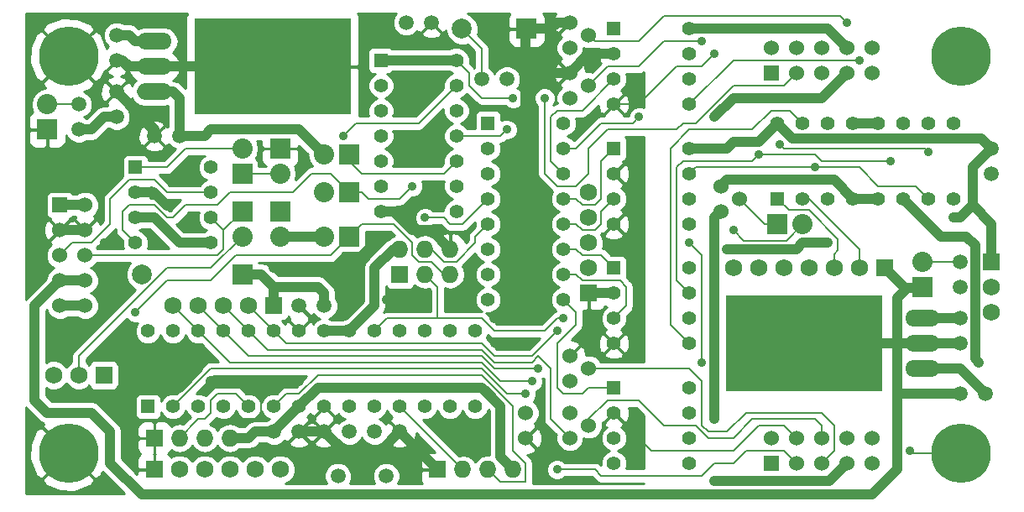
<source format=gbl>
%FSLAX36Y36*%
G04 Gerber Fmt 3.6, Leading zero omitted, Abs format (unit inch)*
G04 Created by KiCad (PCBNEW (2014-jul-16 BZR unknown)-product) date Thu 30 Oct 2014 09:58:48 AM PDT*
%MOIN*%
G01*
G04 APERTURE LIST*
%ADD10C,0.003937*%
%ADD11C,0.059100*%
%ADD12C,0.078700*%
%ADD13R,0.078700X0.078700*%
%ADD14C,0.236220*%
%ADD15R,0.068000X0.068000*%
%ADD16C,0.068000*%
%ADD17R,0.060000X0.060000*%
%ADD18C,0.060000*%
%ADD19O,0.068000X0.068000*%
%ADD20R,0.055000X0.055000*%
%ADD21C,0.055000*%
%ADD22O,0.137800X0.066900*%
%ADD23R,0.620000X0.380000*%
%ADD24R,0.080000X0.080000*%
%ADD25O,0.080000X0.080000*%
%ADD26C,0.035000*%
%ADD27C,0.008000*%
%ADD28C,0.040000*%
%ADD29C,0.010000*%
G04 APERTURE END LIST*
D10*
D11*
X4325000Y-4050000D03*
X4325000Y-4150000D03*
X4175000Y-4425000D03*
X4175000Y-4325000D03*
X4325000Y-4375000D03*
X4325000Y-4275000D03*
X4950000Y-5625000D03*
X5050000Y-5625000D03*
D12*
X4425000Y-5000000D03*
D13*
X4825000Y-5000000D03*
D14*
X4133858Y-4133858D03*
X7677165Y-4133858D03*
X4133858Y-5708661D03*
X7677165Y-5708661D03*
D15*
X7800000Y-4950000D03*
D16*
X7800000Y-5050000D03*
X7800000Y-5150000D03*
D15*
X4275000Y-5400000D03*
D16*
X4175000Y-5400000D03*
X4075000Y-5400000D03*
D17*
X4100000Y-4725000D03*
D18*
X4200000Y-4725000D03*
X4100000Y-4825000D03*
X4200000Y-4825000D03*
X4100000Y-4925000D03*
X4200000Y-4925000D03*
X4100000Y-5025000D03*
X4200000Y-5025000D03*
X4100000Y-5125000D03*
X4200000Y-5125000D03*
D15*
X5600000Y-5775000D03*
D19*
X5700000Y-5775000D03*
X5800000Y-5775000D03*
X5900000Y-5775000D03*
D13*
X5953000Y-4025000D03*
D12*
X5697000Y-4025000D03*
D20*
X6300000Y-4500000D03*
D21*
X6300000Y-4600000D03*
X6300000Y-4700000D03*
X6300000Y-4800000D03*
X6600000Y-4800000D03*
X6600000Y-4700000D03*
X6600000Y-4600000D03*
X6600000Y-4500000D03*
D20*
X6300000Y-4975000D03*
D21*
X6300000Y-5075000D03*
X6300000Y-5175000D03*
X6300000Y-5275000D03*
X6600000Y-5275000D03*
X6600000Y-5175000D03*
X6600000Y-5075000D03*
X6600000Y-4975000D03*
D20*
X6300000Y-5450000D03*
D21*
X6300000Y-5550000D03*
X6300000Y-5650000D03*
X6300000Y-5750000D03*
X6600000Y-5750000D03*
X6600000Y-5650000D03*
X6600000Y-5550000D03*
X6600000Y-5450000D03*
D20*
X5375000Y-4150000D03*
D21*
X5375000Y-4250000D03*
X5375000Y-4350000D03*
X5375000Y-4450000D03*
X5375000Y-4550000D03*
X5375000Y-4650000D03*
X5375000Y-4750000D03*
X5675000Y-4750000D03*
X5675000Y-4650000D03*
X5675000Y-4550000D03*
X5675000Y-4450000D03*
X5675000Y-4350000D03*
X5675000Y-4250000D03*
X5675000Y-4150000D03*
D11*
X5203900Y-5800000D03*
X5396100Y-5800000D03*
D18*
X5950000Y-5550000D03*
X5950000Y-5650000D03*
D11*
X7775000Y-5475000D03*
X7675000Y-5475000D03*
X7675000Y-5050000D03*
X7675000Y-4950000D03*
X7675000Y-5175000D03*
X7675000Y-5275000D03*
X7800000Y-4500000D03*
X7800000Y-4600000D03*
X5250000Y-5625000D03*
X5150000Y-5625000D03*
X5350000Y-5625000D03*
X5450000Y-5625000D03*
X5150000Y-5125000D03*
X5050000Y-5125000D03*
X5475000Y-4000000D03*
X5575000Y-4000000D03*
X5875000Y-4225000D03*
X5775000Y-4225000D03*
D17*
X6925000Y-5750000D03*
D18*
X6925000Y-5650000D03*
X7025000Y-5750000D03*
X7025000Y-5650000D03*
X7125000Y-5750000D03*
X7125000Y-5650000D03*
X7225000Y-5750000D03*
X7225000Y-5650000D03*
X7325000Y-5750000D03*
X7325000Y-5650000D03*
D17*
X6925000Y-4200000D03*
D18*
X6925000Y-4100000D03*
X7025000Y-4200000D03*
X7025000Y-4100000D03*
X7125000Y-4200000D03*
X7125000Y-4100000D03*
X7225000Y-4200000D03*
X7225000Y-4100000D03*
X7325000Y-4200000D03*
X7325000Y-4100000D03*
D15*
X4475000Y-5775000D03*
D16*
X4575000Y-5775000D03*
X4675000Y-5775000D03*
X4775000Y-5775000D03*
X4875000Y-5775000D03*
X4975000Y-5775000D03*
D15*
X5450000Y-5000000D03*
D19*
X5450000Y-4900000D03*
X5550000Y-5000000D03*
X5550000Y-4900000D03*
X5650000Y-5000000D03*
X5650000Y-4900000D03*
D15*
X4475000Y-5650000D03*
D19*
X4575000Y-5650000D03*
X4675000Y-5650000D03*
X4775000Y-5650000D03*
D15*
X7375000Y-4975000D03*
D16*
X7275000Y-4975000D03*
X7175000Y-4975000D03*
X7075000Y-4975000D03*
X6975000Y-4975000D03*
X6875000Y-4975000D03*
X6775000Y-4975000D03*
D15*
X6200000Y-5075000D03*
D16*
X6200000Y-4975000D03*
X6200000Y-4875000D03*
X6200000Y-4775000D03*
X6200000Y-4675000D03*
D20*
X5800000Y-4400000D03*
D21*
X5800000Y-4500000D03*
X5800000Y-4600000D03*
X5800000Y-4700000D03*
X5800000Y-4800000D03*
X5800000Y-4900000D03*
X5800000Y-5000000D03*
X5800000Y-5100000D03*
X6100000Y-5100000D03*
X6100000Y-5000000D03*
X6100000Y-4900000D03*
X6100000Y-4800000D03*
X6100000Y-4700000D03*
X6100000Y-4600000D03*
X6100000Y-4500000D03*
X6100000Y-4400000D03*
D15*
X4950000Y-5125000D03*
D16*
X4850000Y-5125000D03*
X4750000Y-5125000D03*
X4650000Y-5125000D03*
X4550000Y-5125000D03*
D20*
X6300000Y-4025000D03*
D21*
X6300000Y-4125000D03*
X6300000Y-4225000D03*
X6300000Y-4325000D03*
X6600000Y-4325000D03*
X6600000Y-4225000D03*
X6600000Y-4125000D03*
X6600000Y-4025000D03*
D22*
X7525000Y-5275000D03*
X7525000Y-5375000D03*
X7525000Y-5175000D03*
D23*
X7055000Y-5275000D03*
D20*
X6950000Y-4700000D03*
D21*
X7050000Y-4700000D03*
X7150000Y-4700000D03*
X7250000Y-4700000D03*
X7350000Y-4700000D03*
X7450000Y-4700000D03*
X7550000Y-4700000D03*
X7650000Y-4700000D03*
X7650000Y-4400000D03*
X7550000Y-4400000D03*
X7450000Y-4400000D03*
X7350000Y-4400000D03*
X7250000Y-4400000D03*
X7150000Y-4400000D03*
X7050000Y-4400000D03*
X6950000Y-4400000D03*
D22*
X4475000Y-4175000D03*
X4475000Y-4075000D03*
X4475000Y-4275000D03*
D23*
X4945000Y-4175000D03*
D20*
X4400000Y-4575000D03*
D21*
X4400000Y-4675000D03*
X4400000Y-4775000D03*
X4400000Y-4875000D03*
X4700000Y-4875000D03*
X4700000Y-4775000D03*
X4700000Y-4675000D03*
X4700000Y-4575000D03*
X4550000Y-5525000D03*
X4650000Y-5525000D03*
X4750000Y-5525000D03*
X4850000Y-5525000D03*
X4950000Y-5525000D03*
X5050000Y-5525000D03*
X5150000Y-5525000D03*
X5250000Y-5525000D03*
X5350000Y-5525000D03*
X5450000Y-5525000D03*
X5550000Y-5525000D03*
X5650000Y-5525000D03*
X5750000Y-5525000D03*
D20*
X4450000Y-5525000D03*
D21*
X5750000Y-5225000D03*
X5650000Y-5225000D03*
X5550000Y-5225000D03*
X5450000Y-5225000D03*
X5350000Y-5225000D03*
X5250000Y-5225000D03*
X5150000Y-5225000D03*
X5050000Y-5225000D03*
X4950000Y-5225000D03*
X4850000Y-5225000D03*
X4750000Y-5225000D03*
X4650000Y-5225000D03*
X4550000Y-5225000D03*
X4450000Y-5225000D03*
D24*
X5250000Y-4850000D03*
D25*
X5150000Y-4850000D03*
D24*
X5250000Y-4675000D03*
D25*
X5150000Y-4675000D03*
D24*
X5250000Y-4525000D03*
D25*
X5150000Y-4525000D03*
D24*
X4050000Y-4425000D03*
D25*
X4050000Y-4325000D03*
D24*
X4975000Y-4750000D03*
D25*
X4975000Y-4850000D03*
D24*
X4975000Y-4500000D03*
D25*
X4975000Y-4600000D03*
D24*
X4825000Y-4600000D03*
D25*
X4825000Y-4500000D03*
D24*
X4825000Y-4750000D03*
D25*
X4825000Y-4850000D03*
D24*
X6950000Y-4800000D03*
D25*
X7050000Y-4800000D03*
D24*
X7525000Y-5050000D03*
D25*
X7525000Y-4950000D03*
D11*
X4575000Y-4450000D03*
X4475000Y-4450000D03*
D18*
X6125000Y-4000000D03*
X6200000Y-4050000D03*
X6125000Y-4100000D03*
X6125000Y-4200000D03*
X6200000Y-4250000D03*
X6125000Y-4300000D03*
X6125000Y-5550000D03*
X6200000Y-5600000D03*
X6125000Y-5650000D03*
X6125000Y-5325000D03*
X6200000Y-5375000D03*
X6125000Y-5425000D03*
X6725000Y-4650000D03*
X6800000Y-4700000D03*
X6725000Y-4750000D03*
D26*
X5950000Y-4450000D03*
X5825000Y-5275000D03*
X5825000Y-5175000D03*
X5575000Y-4550000D03*
X5575000Y-4275000D03*
X5575000Y-4425000D03*
X5550000Y-4700000D03*
X5650000Y-5100000D03*
X5550000Y-5100000D03*
X5400000Y-5100000D03*
X5375000Y-4850000D03*
X6700000Y-4125000D03*
X7475000Y-5700000D03*
X5275000Y-4950000D03*
X5775000Y-5650000D03*
X5300000Y-5700000D03*
X5212500Y-5687500D03*
X4825000Y-5725000D03*
X4800000Y-5575000D03*
X4699042Y-5424042D03*
X4650000Y-5375000D03*
X4575000Y-5450000D03*
X5050000Y-5425000D03*
X4950000Y-5425000D03*
X4524042Y-4725958D03*
X4475000Y-4875000D03*
X4600000Y-4800000D03*
X4600000Y-4625000D03*
X4325000Y-5250000D03*
X4275000Y-4875000D03*
X4950000Y-4975000D03*
X4280000Y-4975000D03*
X7650000Y-4775000D03*
X4400000Y-5150000D03*
X7150000Y-4875000D03*
X6750000Y-4900000D03*
X6700000Y-5575000D03*
X6700000Y-5820000D03*
X6700000Y-4375000D03*
X7750000Y-5350000D03*
X6650000Y-4075000D03*
X7225000Y-4000000D03*
X5225000Y-4450000D03*
X5550000Y-4775000D03*
X6100000Y-5175000D03*
X6075000Y-5225000D03*
X6000000Y-5375000D03*
X5975000Y-5425000D03*
X6650000Y-5350000D03*
X6775000Y-4825000D03*
X6600000Y-4875000D03*
X7275000Y-4150000D03*
X7100000Y-4575000D03*
X7550000Y-4515000D03*
X6960000Y-4485000D03*
X7400000Y-4550000D03*
X6875000Y-4525000D03*
X5500000Y-4650000D03*
X6400000Y-4375000D03*
X5875000Y-4425000D03*
X5950000Y-5475000D03*
X6025000Y-4300000D03*
X5900000Y-4300000D03*
X6075000Y-5775000D03*
X5150000Y-5450000D03*
D27*
X7675000Y-4950000D02*
X7525000Y-4950000D01*
D28*
X5950000Y-4200000D02*
X5950000Y-4028000D01*
X5950000Y-4028000D02*
X5953000Y-4025000D01*
X6125000Y-4200000D02*
X5950000Y-4200000D01*
X5950000Y-5050000D02*
X5825000Y-5175000D01*
X5950000Y-4200000D02*
X5950000Y-4450000D01*
X5950000Y-4450000D02*
X5950000Y-5050000D01*
X6125000Y-4000000D02*
X6075000Y-4000000D01*
X6050000Y-4025000D02*
X5953000Y-4025000D01*
X6075000Y-4000000D02*
X6050000Y-4025000D01*
X5575000Y-4425000D02*
X5575000Y-4550000D01*
X5500000Y-4750000D02*
X5425000Y-4750000D01*
X5550000Y-4700000D02*
X5500000Y-4750000D01*
X5375000Y-4750000D02*
X5425000Y-4750000D01*
X5500000Y-4825000D02*
X5575000Y-4825000D01*
X5425000Y-4750000D02*
X5500000Y-4825000D01*
X5400000Y-5100000D02*
X5550000Y-5100000D01*
X5400000Y-5100000D02*
X5400000Y-5100000D01*
X5650000Y-4900000D02*
X5575000Y-4825000D01*
X5275000Y-4950000D02*
X5375000Y-4850000D01*
X6200000Y-5075000D02*
X6300000Y-5075000D01*
X4475000Y-4175000D02*
X5135000Y-4175000D01*
X4325000Y-4150000D02*
X4350000Y-4150000D01*
X4350000Y-4150000D02*
X4375000Y-4175000D01*
X4375000Y-4175000D02*
X4475000Y-4175000D01*
D27*
X6875000Y-5600000D02*
X6775000Y-5700000D01*
X6775000Y-5700000D02*
X6450000Y-5700000D01*
X6450000Y-5700000D02*
X6300000Y-5550000D01*
X7025000Y-5650000D02*
X6975000Y-5600000D01*
X6975000Y-5600000D02*
X6875000Y-5600000D01*
X6400000Y-4325000D02*
X6300000Y-4325000D01*
X6550000Y-4175000D02*
X6400000Y-4325000D01*
X6650000Y-4175000D02*
X6550000Y-4175000D01*
X6700000Y-4125000D02*
X6650000Y-4175000D01*
X7677165Y-5708661D02*
X7483661Y-5708661D01*
X7483661Y-5708661D02*
X7475000Y-5700000D01*
X7677165Y-5708661D02*
X7633661Y-5708661D01*
D28*
X4200000Y-4825000D02*
X4100000Y-4825000D01*
X5150000Y-5625000D02*
X5050000Y-5625000D01*
X5450000Y-5625000D02*
X5600000Y-5775000D01*
X6200000Y-4125000D02*
X6300000Y-4125000D01*
X6125000Y-4200000D02*
X6200000Y-4125000D01*
X4475000Y-4425000D02*
X4475000Y-4450000D01*
X4325000Y-4275000D02*
X4475000Y-4425000D01*
X5300000Y-5700000D02*
X5375000Y-5700000D01*
X5225000Y-5700000D02*
X5300000Y-5700000D01*
X5375000Y-5700000D02*
X5450000Y-5625000D01*
X5212500Y-5687500D02*
X5225000Y-5700000D01*
X5150000Y-5625000D02*
X5212500Y-5687500D01*
D27*
X4875000Y-5575000D02*
X4800000Y-5575000D01*
X4897500Y-5552500D02*
X4875000Y-5575000D01*
D28*
X4900000Y-5424042D02*
X4699042Y-5424042D01*
X4949042Y-5424042D02*
X4900000Y-5424042D01*
X4650000Y-5375000D02*
X4575000Y-5450000D01*
X5050000Y-5425000D02*
X4950000Y-5425000D01*
X4950000Y-5425000D02*
X4949042Y-5424042D01*
D27*
X4900000Y-5550000D02*
X4900000Y-5424042D01*
X4897500Y-5552500D02*
X4900000Y-5550000D01*
D28*
X4473083Y-4675000D02*
X4524042Y-4725958D01*
X4400000Y-4675000D02*
X4473083Y-4675000D01*
X5250000Y-4975000D02*
X4950000Y-4975000D01*
X5275000Y-4950000D02*
X5250000Y-4975000D01*
D27*
X4825000Y-4850000D02*
X4700000Y-4975000D01*
X4700000Y-4975000D02*
X4525000Y-4975000D01*
X4175000Y-5325000D02*
X4525000Y-4975000D01*
X4175000Y-5400000D02*
X4175000Y-5325000D01*
D28*
X7675000Y-5375000D02*
X7775000Y-5475000D01*
X7525000Y-5375000D02*
X7675000Y-5375000D01*
X7525000Y-5375000D02*
X7570000Y-5375000D01*
X4200000Y-5125000D02*
X4100000Y-5125000D01*
X7525000Y-5275000D02*
X7675000Y-5275000D01*
X7675000Y-5475000D02*
X7425000Y-5475000D01*
X4000000Y-5500000D02*
X4000000Y-5125000D01*
X7425000Y-5560000D02*
X7425000Y-5775000D01*
X4300000Y-5625000D02*
X4300000Y-5750000D01*
X4050000Y-5550000D02*
X4225000Y-5550000D01*
X4000000Y-5500000D02*
X4050000Y-5550000D01*
X4225000Y-5550000D02*
X4300000Y-5625000D01*
X4300000Y-5750000D02*
X4425000Y-5875000D01*
X7325000Y-5875000D02*
X7425000Y-5775000D01*
X4425000Y-5875000D02*
X7325000Y-5875000D01*
X4000000Y-5125000D02*
X4100000Y-5025000D01*
X4200000Y-5025000D02*
X4100000Y-5025000D01*
X7250000Y-4700000D02*
X7175000Y-4625000D01*
X7175000Y-4625000D02*
X6750000Y-4625000D01*
X7350000Y-4400000D02*
X7250000Y-4400000D01*
X6725000Y-4650000D02*
X6750000Y-4625000D01*
X7350000Y-4700000D02*
X7250000Y-4700000D01*
X7465000Y-5055000D02*
X7455000Y-5055000D01*
X7455000Y-5055000D02*
X7375000Y-4975000D01*
X7425000Y-5275000D02*
X7425000Y-5475000D01*
X7425000Y-5475000D02*
X7425000Y-5560000D01*
X7525000Y-5275000D02*
X7425000Y-5275000D01*
X7425000Y-5275000D02*
X6865000Y-5275000D01*
X7425000Y-5095000D02*
X7465000Y-5055000D01*
X7465000Y-5055000D02*
X7525000Y-5055000D01*
X7425000Y-5275000D02*
X7425000Y-5095000D01*
X7525000Y-5175000D02*
X7685000Y-5175000D01*
X7685000Y-5175000D02*
X7675000Y-5175000D01*
X7800000Y-4950000D02*
X7800000Y-4800000D01*
X7800000Y-4800000D02*
X7725000Y-4725000D01*
X7725000Y-4575000D02*
X7725000Y-4725000D01*
X7725000Y-4575000D02*
X7800000Y-4500000D01*
X7725000Y-4725000D02*
X7675000Y-4775000D01*
X7675000Y-4775000D02*
X7650000Y-4775000D01*
X7800000Y-4500000D02*
X7760000Y-4460000D01*
X7010000Y-4460000D02*
X6950000Y-4400000D01*
X7760000Y-4460000D02*
X7010000Y-4460000D01*
X6950000Y-4400000D02*
X6875000Y-4475000D01*
X6750000Y-4500000D02*
X6775000Y-4475000D01*
X6600000Y-4500000D02*
X6750000Y-4500000D01*
X6875000Y-4475000D02*
X6775000Y-4475000D01*
X6625000Y-4025000D02*
X7150000Y-4025000D01*
X7150000Y-4025000D02*
X7225000Y-4100000D01*
X4475000Y-4075000D02*
X4400000Y-4075000D01*
X4375000Y-4050000D02*
X4325000Y-4050000D01*
X4400000Y-4075000D02*
X4375000Y-4050000D01*
X4200000Y-4725000D02*
X4100000Y-4725000D01*
D27*
X4050000Y-4325000D02*
X4175000Y-4325000D01*
X5775000Y-4225000D02*
X5775000Y-4103000D01*
X5775000Y-4103000D02*
X5697000Y-4025000D01*
X5650000Y-5000000D02*
X5625000Y-5000000D01*
X5625000Y-5000000D02*
X5575000Y-4950000D01*
X5300000Y-4800000D02*
X5250000Y-4850000D01*
X5425000Y-4800000D02*
X5300000Y-4800000D01*
X5500000Y-4875000D02*
X5425000Y-4800000D01*
X5500000Y-4925000D02*
X5500000Y-4875000D01*
X5525000Y-4950000D02*
X5500000Y-4925000D01*
X5575000Y-4950000D02*
X5525000Y-4950000D01*
X5175000Y-4925000D02*
X5250000Y-4850000D01*
X4800000Y-4925000D02*
X5175000Y-4925000D01*
X4800000Y-4925000D02*
X4700000Y-5025000D01*
X4700000Y-5025000D02*
X4525000Y-5025000D01*
X4400000Y-5150000D02*
X4525000Y-5025000D01*
X4525000Y-4675000D02*
X4700000Y-4675000D01*
X4225000Y-4875000D02*
X4300000Y-4800000D01*
X4150000Y-4875000D02*
X4225000Y-4875000D01*
X4100000Y-4925000D02*
X4150000Y-4875000D01*
X4475000Y-4625000D02*
X4375000Y-4625000D01*
X4375000Y-4625000D02*
X4300000Y-4700000D01*
X4300000Y-4700000D02*
X4300000Y-4800000D01*
X4525000Y-4675000D02*
X4475000Y-4625000D01*
X4825000Y-4750000D02*
X4750000Y-4825000D01*
X4725000Y-4925000D02*
X4750000Y-4900000D01*
X4200000Y-4925000D02*
X4725000Y-4925000D01*
X4750000Y-4900000D02*
X4750000Y-4825000D01*
X4750000Y-4825000D02*
X4700000Y-4775000D01*
D28*
X7150000Y-4875000D02*
X7050000Y-4875000D01*
X7050000Y-4875000D02*
X7025000Y-4900000D01*
X7025000Y-4900000D02*
X6750000Y-4900000D01*
D27*
X6200000Y-5375000D02*
X6600000Y-5375000D01*
X6675000Y-5625000D02*
X6650000Y-5600000D01*
X6650000Y-5600000D02*
X6650000Y-5425000D01*
X6600000Y-5375000D02*
X6275000Y-5375000D01*
X6650000Y-5425000D02*
X6600000Y-5375000D01*
X7125000Y-5750000D02*
X7175000Y-5700000D01*
X6750000Y-5625000D02*
X6675000Y-5625000D01*
X6825000Y-5550000D02*
X6750000Y-5625000D01*
X7125000Y-5550000D02*
X6825000Y-5550000D01*
X7175000Y-5600000D02*
X7125000Y-5550000D01*
X7175000Y-5700000D02*
X7175000Y-5600000D01*
X6200000Y-5600000D02*
X6200000Y-5575000D01*
X6200000Y-5575000D02*
X6275000Y-5500000D01*
X6850000Y-5575000D02*
X6775000Y-5650000D01*
X6400000Y-5500000D02*
X6275000Y-5500000D01*
X6500000Y-5600000D02*
X6400000Y-5500000D01*
X6625000Y-5600000D02*
X6500000Y-5600000D01*
X6675000Y-5650000D02*
X6625000Y-5600000D01*
X6775000Y-5650000D02*
X6675000Y-5650000D01*
X7125000Y-5650000D02*
X7125000Y-5600000D01*
X7100000Y-5575000D02*
X6850000Y-5575000D01*
X7125000Y-5600000D02*
X7100000Y-5575000D01*
D28*
X7155000Y-5820000D02*
X6700000Y-5820000D01*
X7225000Y-4200000D02*
X7125000Y-4300000D01*
X6775000Y-4300000D02*
X6700000Y-4375000D01*
X7125000Y-4300000D02*
X6775000Y-4300000D01*
X6725000Y-4750000D02*
X6700000Y-4775000D01*
X6700000Y-4775000D02*
X6700000Y-5575000D01*
X7225000Y-5750000D02*
X7155000Y-5820000D01*
X7735000Y-5335000D02*
X7735000Y-4885000D01*
X7750000Y-5350000D02*
X7735000Y-5335000D01*
X7600000Y-4850000D02*
X7450000Y-4700000D01*
X7735000Y-4885000D02*
X7700000Y-4850000D01*
X7700000Y-4850000D02*
X7600000Y-4850000D01*
D27*
X6275000Y-4175000D02*
X6400000Y-4175000D01*
X6400000Y-4175000D02*
X6500000Y-4075000D01*
X6500000Y-4075000D02*
X6650000Y-4075000D01*
X6200000Y-4250000D02*
X6275000Y-4175000D01*
X7200000Y-3975000D02*
X7225000Y-4000000D01*
X6525000Y-3975000D02*
X7200000Y-3975000D01*
X6225000Y-4075000D02*
X6200000Y-4050000D01*
X6400000Y-4075000D02*
X6225000Y-4075000D01*
X6500000Y-3975000D02*
X6400000Y-4075000D01*
X6525000Y-3975000D02*
X6500000Y-3975000D01*
X5225000Y-4450000D02*
X5275000Y-4400000D01*
X5275000Y-4400000D02*
X5525000Y-4400000D01*
X5675000Y-4250000D02*
X5525000Y-4400000D01*
X4975000Y-4600000D02*
X4825000Y-4600000D01*
X5675000Y-4550000D02*
X5625000Y-4600000D01*
X5300000Y-4600000D02*
X5250000Y-4550000D01*
X5625000Y-4600000D02*
X5300000Y-4600000D01*
X5800000Y-4700000D02*
X5700000Y-4800000D01*
X5625000Y-4775000D02*
X5550000Y-4775000D01*
X5650000Y-4800000D02*
X5625000Y-4775000D01*
X5700000Y-4800000D02*
X5650000Y-4800000D01*
X5550000Y-5000000D02*
X5600000Y-5050000D01*
X5600000Y-5050000D02*
X5600000Y-5175000D01*
X5350000Y-5225000D02*
X5400000Y-5175000D01*
X5775000Y-5175000D02*
X5825000Y-5225000D01*
X5600000Y-5175000D02*
X5775000Y-5175000D01*
X6075000Y-5175000D02*
X6100000Y-5175000D01*
X5825000Y-5225000D02*
X6025000Y-5225000D01*
X6025000Y-5225000D02*
X6075000Y-5175000D01*
X5400000Y-5175000D02*
X5550000Y-5175000D01*
X5550000Y-5175000D02*
X5600000Y-5175000D01*
X5550000Y-4900000D02*
X5575000Y-4900000D01*
X5575000Y-4900000D02*
X5625000Y-4950000D01*
X5750000Y-4850000D02*
X5800000Y-4800000D01*
X5750000Y-4875000D02*
X5750000Y-4850000D01*
X5675000Y-4950000D02*
X5750000Y-4875000D01*
X5625000Y-4950000D02*
X5675000Y-4950000D01*
X4800000Y-5475000D02*
X4725000Y-5475000D01*
X4725000Y-5475000D02*
X4700000Y-5500000D01*
X4700000Y-5500000D02*
X4700000Y-5550000D01*
X4700000Y-5550000D02*
X4675000Y-5575000D01*
X4675000Y-5575000D02*
X4650000Y-5575000D01*
X4650000Y-5575000D02*
X4575000Y-5650000D01*
X4850000Y-5525000D02*
X4800000Y-5475000D01*
X5450000Y-5525000D02*
X5700000Y-5775000D01*
X5900000Y-5525000D02*
X5775000Y-5400000D01*
X5900000Y-5700000D02*
X5900000Y-5525000D01*
X5950000Y-5750000D02*
X5900000Y-5700000D01*
X5950000Y-5825000D02*
X5950000Y-5750000D01*
X5850000Y-5825000D02*
X5950000Y-5825000D01*
X5800000Y-5775000D02*
X5850000Y-5825000D01*
X5125000Y-5400000D02*
X5775000Y-5400000D01*
X5000000Y-5475000D02*
X5050000Y-5475000D01*
X5050000Y-5475000D02*
X5125000Y-5400000D01*
X4950000Y-5525000D02*
X5000000Y-5475000D01*
X6950000Y-4800000D02*
X6900000Y-4800000D01*
X6900000Y-4800000D02*
X6800000Y-4700000D01*
X4850000Y-5125000D02*
X4950000Y-5225000D01*
X4950000Y-5225000D02*
X5000000Y-5275000D01*
X5775000Y-5275000D02*
X5000000Y-5275000D01*
X5975000Y-5325000D02*
X5825000Y-5325000D01*
X5825000Y-5325000D02*
X5775000Y-5275000D01*
X6075000Y-5225000D02*
X5975000Y-5325000D01*
X4750000Y-5125000D02*
X4850000Y-5225000D01*
X4850000Y-5225000D02*
X4925000Y-5300000D01*
X6050000Y-5575000D02*
X6050000Y-5375000D01*
X5775000Y-5300000D02*
X4925000Y-5300000D01*
X6125000Y-5650000D02*
X6050000Y-5575000D01*
X6000000Y-5325000D02*
X5975000Y-5350000D01*
X5975000Y-5350000D02*
X5825000Y-5350000D01*
X5825000Y-5350000D02*
X5775000Y-5300000D01*
X6050000Y-5375000D02*
X6000000Y-5325000D01*
X4650000Y-5125000D02*
X4750000Y-5225000D01*
X4750000Y-5225000D02*
X4850000Y-5325000D01*
X4850000Y-5325000D02*
X5775000Y-5325000D01*
X5825000Y-5375000D02*
X5775000Y-5325000D01*
X6000000Y-5375000D02*
X5825000Y-5375000D01*
X4550000Y-5125000D02*
X4650000Y-5225000D01*
X5775000Y-5350000D02*
X4775000Y-5350000D01*
X4775000Y-5350000D02*
X4650000Y-5225000D01*
X5850000Y-5425000D02*
X5775000Y-5350000D01*
X5975000Y-5425000D02*
X5850000Y-5425000D01*
X6816000Y-4866000D02*
X6984000Y-4866000D01*
X6984000Y-4866000D02*
X7050000Y-4800000D01*
X6775000Y-4825000D02*
X6816000Y-4866000D01*
X6650000Y-5350000D02*
X6650000Y-4925000D01*
X6650000Y-4925000D02*
X6600000Y-4875000D01*
X7050000Y-4700000D02*
X7075000Y-4700000D01*
X7075000Y-4700000D02*
X7275000Y-4900000D01*
X7275000Y-4900000D02*
X7275000Y-4975000D01*
X6950000Y-4700000D02*
X6995000Y-4745000D01*
X7175000Y-4920000D02*
X7175000Y-4975000D01*
X7190000Y-4905000D02*
X7175000Y-4920000D01*
X7190000Y-4860000D02*
X7190000Y-4905000D01*
X7075000Y-4745000D02*
X7190000Y-4860000D01*
X6995000Y-4745000D02*
X7075000Y-4745000D01*
X6775000Y-4150000D02*
X6600000Y-4325000D01*
X7275000Y-4150000D02*
X6775000Y-4150000D01*
X7550000Y-4700000D02*
X7500000Y-4650000D01*
X7350000Y-4650000D02*
X7275000Y-4575000D01*
X7500000Y-4650000D02*
X7350000Y-4650000D01*
X6600000Y-4600000D02*
X6625000Y-4575000D01*
X6625000Y-4575000D02*
X7100000Y-4575000D01*
X7100000Y-4575000D02*
X7275000Y-4575000D01*
X7535000Y-4500000D02*
X7550000Y-4515000D01*
X6975000Y-4500000D02*
X7535000Y-4500000D01*
X6960000Y-4485000D02*
X6975000Y-4500000D01*
X7125000Y-4550000D02*
X7100000Y-4525000D01*
X7400000Y-4550000D02*
X7125000Y-4550000D01*
X7100000Y-4525000D02*
X6875000Y-4525000D01*
X6850000Y-4550000D02*
X6575000Y-4550000D01*
X6875000Y-4525000D02*
X6850000Y-4550000D01*
X6600000Y-5075000D02*
X6550000Y-5025000D01*
X6550000Y-4575000D02*
X6575000Y-4550000D01*
X6550000Y-5025000D02*
X6550000Y-4575000D01*
X7000000Y-4350000D02*
X6925000Y-4350000D01*
X6850000Y-4425000D02*
X6600000Y-4425000D01*
X6925000Y-4350000D02*
X6850000Y-4425000D01*
X6600000Y-4425000D02*
X6525000Y-4500000D01*
X6525000Y-5200000D02*
X6600000Y-5275000D01*
X6525000Y-4500000D02*
X6525000Y-5200000D01*
X7000000Y-4350000D02*
X7050000Y-4400000D01*
X4525000Y-4575000D02*
X4400000Y-4575000D01*
X4600000Y-4500000D02*
X4525000Y-4575000D01*
X4825000Y-4500000D02*
X4600000Y-4500000D01*
X5250000Y-4675000D02*
X5175000Y-4600000D01*
X5100000Y-4600000D02*
X5025000Y-4675000D01*
X5175000Y-4600000D02*
X5100000Y-4600000D01*
X5450000Y-4700000D02*
X5325000Y-4700000D01*
X5300000Y-4675000D02*
X5250000Y-4675000D01*
X5325000Y-4700000D02*
X5300000Y-4675000D01*
X5450000Y-4700000D02*
X5500000Y-4650000D01*
X4775000Y-4675000D02*
X4725000Y-4725000D01*
X4600000Y-4725000D02*
X4550000Y-4775000D01*
X4525000Y-4775000D02*
X4475000Y-4725000D01*
X4550000Y-4775000D02*
X4525000Y-4775000D01*
X4350000Y-4825000D02*
X4400000Y-4875000D01*
X4375000Y-4725000D02*
X4350000Y-4750000D01*
X4350000Y-4750000D02*
X4350000Y-4825000D01*
X5025000Y-4675000D02*
X4775000Y-4675000D01*
X4725000Y-4725000D02*
X4600000Y-4725000D01*
X4475000Y-4725000D02*
X4375000Y-4725000D01*
X6075000Y-5450000D02*
X6100000Y-5475000D01*
X6100000Y-5475000D02*
X6175000Y-5475000D01*
X6175000Y-5475000D02*
X6200000Y-5450000D01*
X6200000Y-5450000D02*
X6300000Y-5450000D01*
X6075000Y-5275000D02*
X6075000Y-5450000D01*
X6150000Y-5150000D02*
X6150000Y-5200000D01*
X6150000Y-5200000D02*
X6075000Y-5275000D01*
X6100000Y-5100000D02*
X6150000Y-5150000D01*
X6325000Y-5025000D02*
X6350000Y-5050000D01*
X6350000Y-5050000D02*
X6350000Y-5125000D01*
X6350000Y-5125000D02*
X6300000Y-5175000D01*
X6175000Y-5025000D02*
X6325000Y-5025000D01*
X6150000Y-5000000D02*
X6175000Y-5025000D01*
X6100000Y-5000000D02*
X6150000Y-5000000D01*
X6250000Y-4925000D02*
X6175000Y-4925000D01*
X6300000Y-4975000D02*
X6250000Y-4925000D01*
X6150000Y-4900000D02*
X6175000Y-4925000D01*
X6100000Y-4900000D02*
X6150000Y-4900000D01*
X6225000Y-4825000D02*
X6250000Y-4800000D01*
X6250000Y-4800000D02*
X6250000Y-4750000D01*
X6250000Y-4750000D02*
X6300000Y-4700000D01*
X6175000Y-4825000D02*
X6225000Y-4825000D01*
X6150000Y-4800000D02*
X6175000Y-4825000D01*
X6100000Y-4800000D02*
X6150000Y-4800000D01*
X6250000Y-4550000D02*
X6300000Y-4500000D01*
X6100000Y-4700000D02*
X6125000Y-4700000D01*
X6150000Y-4700000D02*
X6175000Y-4725000D01*
X6175000Y-4725000D02*
X6225000Y-4725000D01*
X6225000Y-4725000D02*
X6250000Y-4700000D01*
X6250000Y-4700000D02*
X6250000Y-4550000D01*
X6100000Y-4700000D02*
X6150000Y-4700000D01*
X6175000Y-4350000D02*
X6075000Y-4350000D01*
X6075000Y-4350000D02*
X6050000Y-4375000D01*
X6050000Y-4375000D02*
X6050000Y-4550000D01*
X6300000Y-4225000D02*
X6175000Y-4350000D01*
X6100000Y-4600000D02*
X6050000Y-4550000D01*
X6150000Y-4500000D02*
X6250000Y-4400000D01*
X6100000Y-4500000D02*
X6150000Y-4500000D01*
X6375000Y-4400000D02*
X6250000Y-4400000D01*
X6400000Y-4375000D02*
X6375000Y-4400000D01*
X5675000Y-4450000D02*
X5850000Y-4450000D01*
X5875000Y-4425000D02*
X5850000Y-4450000D01*
X4700000Y-5375000D02*
X5775000Y-5375000D01*
X4550000Y-5525000D02*
X4700000Y-5375000D01*
X5875000Y-5475000D02*
X5775000Y-5375000D01*
X5950000Y-5475000D02*
X5875000Y-5475000D01*
D28*
X5150000Y-4525000D02*
X5050000Y-4425000D01*
X5050000Y-4425000D02*
X4700000Y-4425000D01*
X5450000Y-4900000D02*
X5425000Y-4900000D01*
X5425000Y-4900000D02*
X5350000Y-4975000D01*
X5350000Y-4975000D02*
X5350000Y-5125000D01*
X5350000Y-5125000D02*
X5250000Y-5225000D01*
D27*
X5675000Y-4150000D02*
X5725000Y-4200000D01*
X5775000Y-4300000D02*
X5900000Y-4300000D01*
X5725000Y-4250000D02*
X5775000Y-4300000D01*
X5725000Y-4200000D02*
X5725000Y-4250000D01*
D28*
X5375000Y-4150000D02*
X5675000Y-4150000D01*
X4175000Y-4425000D02*
X4225000Y-4425000D01*
X4275000Y-4375000D02*
X4325000Y-4375000D01*
X4225000Y-4425000D02*
X4275000Y-4375000D01*
X4475000Y-4275000D02*
X4425000Y-4275000D01*
X5150000Y-5225000D02*
X5250000Y-5225000D01*
X4950000Y-5625000D02*
X5050000Y-5525000D01*
X4850000Y-5650000D02*
X4875000Y-5625000D01*
X4875000Y-5625000D02*
X4950000Y-5625000D01*
X4775000Y-5650000D02*
X4850000Y-5650000D01*
D27*
X6575000Y-4400000D02*
X6550000Y-4425000D01*
X6025000Y-4600000D02*
X6025000Y-4300000D01*
X6075000Y-4650000D02*
X6025000Y-4600000D01*
X6625000Y-4400000D02*
X6575000Y-4400000D01*
X6975000Y-4250000D02*
X6775000Y-4250000D01*
X6775000Y-4250000D02*
X6625000Y-4400000D01*
X7025000Y-4200000D02*
X6975000Y-4250000D01*
X6150000Y-4650000D02*
X6075000Y-4650000D01*
X6200000Y-4600000D02*
X6150000Y-4650000D01*
X6200000Y-4500000D02*
X6200000Y-4600000D01*
X6275000Y-4425000D02*
X6200000Y-4500000D01*
X6550000Y-4425000D02*
X6275000Y-4425000D01*
D28*
X4575000Y-4875000D02*
X4475000Y-4775000D01*
X4475000Y-4775000D02*
X4400000Y-4775000D01*
X4700000Y-4875000D02*
X4575000Y-4875000D01*
X4950000Y-5050000D02*
X4950000Y-5125000D01*
X5150000Y-5075000D02*
X5125000Y-5050000D01*
X5125000Y-5050000D02*
X4950000Y-5050000D01*
X5150000Y-5125000D02*
X5150000Y-5075000D01*
D27*
X6975000Y-5700000D02*
X6825000Y-5700000D01*
X6825000Y-5700000D02*
X6775000Y-5750000D01*
X6775000Y-5750000D02*
X6700000Y-5750000D01*
X6700000Y-5750000D02*
X6650000Y-5800000D01*
X6650000Y-5800000D02*
X6250000Y-5800000D01*
X6975000Y-5700000D02*
X7025000Y-5750000D01*
X6225000Y-5775000D02*
X6250000Y-5800000D01*
D28*
X5125000Y-5450000D02*
X5050000Y-5525000D01*
X5150000Y-5450000D02*
X5125000Y-5450000D01*
X4550000Y-4275000D02*
X4475000Y-4275000D01*
X4575000Y-4300000D02*
X4550000Y-4275000D01*
X4575000Y-4325000D02*
X4575000Y-4300000D01*
X4575000Y-4450000D02*
X4575000Y-4325000D01*
X4900000Y-5000000D02*
X4950000Y-5050000D01*
X4825000Y-5000000D02*
X4900000Y-5000000D01*
X4675000Y-4450000D02*
X4700000Y-4425000D01*
X4575000Y-4450000D02*
X4675000Y-4450000D01*
X5150000Y-4850000D02*
X4975000Y-4850000D01*
D27*
X6225000Y-5775000D02*
X6075000Y-5775000D01*
D28*
X5850000Y-5523083D02*
X5788458Y-5461542D01*
X5850000Y-5725000D02*
X5850000Y-5523083D01*
X5900000Y-5775000D02*
X5850000Y-5725000D01*
X5776917Y-5450000D02*
X5850000Y-5523083D01*
X5150000Y-5450000D02*
X5776917Y-5450000D01*
D29*
G36*
X4351872Y-4896000D02*
X4247528Y-4896000D01*
X4246792Y-4894220D01*
X4320506Y-4820506D01*
X4321000Y-4819767D01*
X4321000Y-4825000D01*
X4323207Y-4836098D01*
X4329494Y-4845506D01*
X4347800Y-4863812D01*
X4347509Y-4864511D01*
X4347491Y-4885397D01*
X4351872Y-4896000D01*
X4351872Y-4896000D01*
G37*
X4351872Y-4896000D02*
X4247528Y-4896000D01*
X4246792Y-4894220D01*
X4320506Y-4820506D01*
X4321000Y-4819767D01*
X4321000Y-4825000D01*
X4323207Y-4836098D01*
X4329494Y-4845506D01*
X4347800Y-4863812D01*
X4347509Y-4864511D01*
X4347491Y-4885397D01*
X4351872Y-4896000D01*
G36*
X4356360Y-5870000D02*
X4237348Y-5870000D01*
X4237348Y-5813565D01*
X4133858Y-5710076D01*
X4132444Y-5711490D01*
X4132444Y-5708661D01*
X4028954Y-5605172D01*
X4006978Y-5617713D01*
X3981831Y-5673191D01*
X3979830Y-5734070D01*
X4001278Y-5791080D01*
X4006978Y-5799610D01*
X4028954Y-5812151D01*
X4132444Y-5708661D01*
X4132444Y-5711490D01*
X4030369Y-5813565D01*
X4042910Y-5835542D01*
X4098388Y-5860688D01*
X4159266Y-5862690D01*
X4216276Y-5841242D01*
X4224806Y-5835542D01*
X4237348Y-5813565D01*
X4237348Y-5870000D01*
X3963976Y-5870000D01*
X3963976Y-5525528D01*
X3968180Y-5531820D01*
X4018180Y-5581820D01*
X4032779Y-5591575D01*
X4036858Y-5592386D01*
X4030369Y-5603758D01*
X4133858Y-5707247D01*
X4134415Y-5706690D01*
X4135829Y-5708105D01*
X4135272Y-5708661D01*
X4238762Y-5812151D01*
X4260739Y-5799610D01*
X4268608Y-5782248D01*
X4356360Y-5870000D01*
X4356360Y-5870000D01*
G37*
X4356360Y-5870000D02*
X4237348Y-5870000D01*
X4237348Y-5813565D01*
X4133858Y-5710076D01*
X4132444Y-5711490D01*
X4132444Y-5708661D01*
X4028954Y-5605172D01*
X4006978Y-5617713D01*
X3981831Y-5673191D01*
X3979830Y-5734070D01*
X4001278Y-5791080D01*
X4006978Y-5799610D01*
X4028954Y-5812151D01*
X4132444Y-5708661D01*
X4132444Y-5711490D01*
X4030369Y-5813565D01*
X4042910Y-5835542D01*
X4098388Y-5860688D01*
X4159266Y-5862690D01*
X4216276Y-5841242D01*
X4224806Y-5835542D01*
X4237348Y-5813565D01*
X4237348Y-5870000D01*
X3963976Y-5870000D01*
X3963976Y-5525528D01*
X3968180Y-5531820D01*
X4018180Y-5581820D01*
X4032779Y-5591575D01*
X4036858Y-5592386D01*
X4030369Y-5603758D01*
X4133858Y-5707247D01*
X4134415Y-5706690D01*
X4135829Y-5708105D01*
X4135272Y-5708661D01*
X4238762Y-5812151D01*
X4260739Y-5799610D01*
X4268608Y-5782248D01*
X4356360Y-5870000D01*
G36*
X4399782Y-5059206D02*
X4154494Y-5304494D01*
X4148207Y-5313902D01*
X4146000Y-5325000D01*
X4146000Y-5348144D01*
X4141623Y-5349953D01*
X4125011Y-5366536D01*
X4124996Y-5366572D01*
X4108464Y-5350011D01*
X4086787Y-5341010D01*
X4063316Y-5340990D01*
X4045000Y-5348558D01*
X4045000Y-5143640D01*
X4047258Y-5141381D01*
X4053346Y-5156114D01*
X4068804Y-5171600D01*
X4089012Y-5179990D01*
X4110892Y-5180010D01*
X4131114Y-5171654D01*
X4132771Y-5170000D01*
X4167208Y-5170000D01*
X4168804Y-5171600D01*
X4189012Y-5179990D01*
X4210892Y-5180010D01*
X4231114Y-5171654D01*
X4246600Y-5156196D01*
X4254990Y-5135988D01*
X4255010Y-5114108D01*
X4246654Y-5093886D01*
X4231196Y-5078400D01*
X4223011Y-5075002D01*
X4231114Y-5071654D01*
X4246600Y-5056196D01*
X4254990Y-5035988D01*
X4255010Y-5014108D01*
X4246654Y-4993886D01*
X4231196Y-4978400D01*
X4223011Y-4975002D01*
X4231114Y-4971654D01*
X4246600Y-4956196D01*
X4247511Y-4954000D01*
X4379996Y-4954000D01*
X4370479Y-4963501D01*
X4360661Y-4987144D01*
X4360639Y-5012744D01*
X4370415Y-5036404D01*
X4388501Y-5054521D01*
X4399782Y-5059206D01*
X4399782Y-5059206D01*
G37*
X4399782Y-5059206D02*
X4154494Y-5304494D01*
X4148207Y-5313902D01*
X4146000Y-5325000D01*
X4146000Y-5348144D01*
X4141623Y-5349953D01*
X4125011Y-5366536D01*
X4124996Y-5366572D01*
X4108464Y-5350011D01*
X4086787Y-5341010D01*
X4063316Y-5340990D01*
X4045000Y-5348558D01*
X4045000Y-5143640D01*
X4047258Y-5141381D01*
X4053346Y-5156114D01*
X4068804Y-5171600D01*
X4089012Y-5179990D01*
X4110892Y-5180010D01*
X4131114Y-5171654D01*
X4132771Y-5170000D01*
X4167208Y-5170000D01*
X4168804Y-5171600D01*
X4189012Y-5179990D01*
X4210892Y-5180010D01*
X4231114Y-5171654D01*
X4246600Y-5156196D01*
X4254990Y-5135988D01*
X4255010Y-5114108D01*
X4246654Y-5093886D01*
X4231196Y-5078400D01*
X4223011Y-5075002D01*
X4231114Y-5071654D01*
X4246600Y-5056196D01*
X4254990Y-5035988D01*
X4255010Y-5014108D01*
X4246654Y-4993886D01*
X4231196Y-4978400D01*
X4223011Y-4975002D01*
X4231114Y-4971654D01*
X4246600Y-4956196D01*
X4247511Y-4954000D01*
X4379996Y-4954000D01*
X4370479Y-4963501D01*
X4360661Y-4987144D01*
X4360639Y-5012744D01*
X4370415Y-5036404D01*
X4388501Y-5054521D01*
X4399782Y-5059206D01*
G36*
X4401971Y-4675557D02*
X4400557Y-4676971D01*
X4400000Y-4676414D01*
X4399443Y-4676971D01*
X4398029Y-4675557D01*
X4398586Y-4675000D01*
X4398029Y-4674443D01*
X4399443Y-4673029D01*
X4400000Y-4673586D01*
X4400557Y-4673029D01*
X4401971Y-4674443D01*
X4401414Y-4675000D01*
X4401971Y-4675557D01*
X4401971Y-4675557D01*
G37*
X4401971Y-4675557D02*
X4400557Y-4676971D01*
X4400000Y-4676414D01*
X4399443Y-4676971D01*
X4398029Y-4675557D01*
X4398586Y-4675000D01*
X4398029Y-4674443D01*
X4399443Y-4673029D01*
X4400000Y-4673586D01*
X4400557Y-4673029D01*
X4401971Y-4674443D01*
X4401414Y-4675000D01*
X4401971Y-4675557D01*
G36*
X4532360Y-4896000D02*
X4448126Y-4896000D01*
X4452491Y-4885489D01*
X4452509Y-4864603D01*
X4444533Y-4845300D01*
X4429778Y-4830519D01*
X4416478Y-4824996D01*
X4428571Y-4820000D01*
X4456360Y-4820000D01*
X4532360Y-4896000D01*
X4532360Y-4896000D01*
G37*
X4532360Y-4896000D02*
X4448126Y-4896000D01*
X4452491Y-4885489D01*
X4452509Y-4864603D01*
X4444533Y-4845300D01*
X4429778Y-4830519D01*
X4416478Y-4824996D01*
X4428571Y-4820000D01*
X4456360Y-4820000D01*
X4532360Y-4896000D01*
G36*
X4580233Y-4704000D02*
X4579494Y-4704494D01*
X4537988Y-4746000D01*
X4537012Y-4746000D01*
X4495506Y-4704494D01*
X4486098Y-4698207D01*
X4475000Y-4696000D01*
X4459051Y-4696000D01*
X4462190Y-4688902D01*
X4462776Y-4664045D01*
X4458890Y-4654000D01*
X4462988Y-4654000D01*
X4504494Y-4695506D01*
X4513902Y-4701793D01*
X4525000Y-4704000D01*
X4580233Y-4704000D01*
X4580233Y-4704000D01*
G37*
X4580233Y-4704000D02*
X4579494Y-4704494D01*
X4537988Y-4746000D01*
X4537012Y-4746000D01*
X4495506Y-4704494D01*
X4486098Y-4698207D01*
X4475000Y-4696000D01*
X4459051Y-4696000D01*
X4462190Y-4688902D01*
X4462776Y-4664045D01*
X4458890Y-4654000D01*
X4462988Y-4654000D01*
X4504494Y-4695506D01*
X4513902Y-4701793D01*
X4525000Y-4704000D01*
X4580233Y-4704000D01*
G36*
X4683521Y-4625004D02*
X4670300Y-4630467D01*
X4655519Y-4645222D01*
X4655196Y-4646000D01*
X4537012Y-4646000D01*
X4495506Y-4604494D01*
X4494767Y-4604000D01*
X4525000Y-4604000D01*
X4536098Y-4601793D01*
X4545506Y-4595506D01*
X4612012Y-4529000D01*
X4673850Y-4529000D01*
X4670300Y-4530467D01*
X4655519Y-4545222D01*
X4647509Y-4564511D01*
X4647491Y-4585397D01*
X4655467Y-4604700D01*
X4670222Y-4619481D01*
X4683521Y-4625004D01*
X4683521Y-4625004D01*
G37*
X4683521Y-4625004D02*
X4670300Y-4630467D01*
X4655519Y-4645222D01*
X4655196Y-4646000D01*
X4537012Y-4646000D01*
X4495506Y-4604494D01*
X4494767Y-4604000D01*
X4525000Y-4604000D01*
X4536098Y-4601793D01*
X4545506Y-4595506D01*
X4612012Y-4529000D01*
X4673850Y-4529000D01*
X4670300Y-4530467D01*
X4655519Y-4545222D01*
X4647509Y-4564511D01*
X4647491Y-4585397D01*
X4655467Y-4604700D01*
X4670222Y-4619481D01*
X4683521Y-4625004D01*
G36*
X4683521Y-4825004D02*
X4671429Y-4830000D01*
X4593640Y-4830000D01*
X4563696Y-4800056D01*
X4570506Y-4795506D01*
X4612012Y-4754000D01*
X4651874Y-4754000D01*
X4647509Y-4764511D01*
X4647491Y-4785397D01*
X4655467Y-4804700D01*
X4670222Y-4819481D01*
X4683521Y-4825004D01*
X4683521Y-4825004D01*
G37*
X4683521Y-4825004D02*
X4671429Y-4830000D01*
X4593640Y-4830000D01*
X4563696Y-4800056D01*
X4570506Y-4795506D01*
X4612012Y-4754000D01*
X4651874Y-4754000D01*
X4647509Y-4764511D01*
X4647491Y-4785397D01*
X4655467Y-4804700D01*
X4670222Y-4819481D01*
X4683521Y-4825004D01*
G36*
X4729988Y-5346000D02*
X4700000Y-5346000D01*
X4688902Y-5348207D01*
X4679494Y-5354494D01*
X4561188Y-5472800D01*
X4560489Y-5472509D01*
X4539603Y-5472491D01*
X4520300Y-5480467D01*
X4505519Y-5495222D01*
X4502500Y-5502492D01*
X4502500Y-5492527D01*
X4498694Y-5483339D01*
X4491661Y-5476306D01*
X4482473Y-5472500D01*
X4472527Y-5472500D01*
X4417527Y-5472500D01*
X4408339Y-5476306D01*
X4401306Y-5483339D01*
X4397500Y-5492527D01*
X4397500Y-5502473D01*
X4397500Y-5557473D01*
X4401306Y-5566661D01*
X4408339Y-5573694D01*
X4417527Y-5577500D01*
X4427473Y-5577500D01*
X4482473Y-5577500D01*
X4491661Y-5573694D01*
X4498694Y-5566661D01*
X4502500Y-5557473D01*
X4502500Y-5547527D01*
X4502500Y-5547520D01*
X4505467Y-5554700D01*
X4520222Y-5569481D01*
X4539511Y-5577491D01*
X4560397Y-5577509D01*
X4579700Y-5569533D01*
X4594481Y-5554778D01*
X4600004Y-5541478D01*
X4605467Y-5554700D01*
X4617367Y-5566621D01*
X4590195Y-5593793D01*
X4576156Y-5591000D01*
X4573844Y-5591000D01*
X4551266Y-5595491D01*
X4541180Y-5602230D01*
X4538672Y-5596174D01*
X4528826Y-5586328D01*
X4515962Y-5581000D01*
X4484750Y-5581000D01*
X4476000Y-5589750D01*
X4476000Y-5649000D01*
X4476787Y-5649000D01*
X4476787Y-5651000D01*
X4476000Y-5651000D01*
X4476000Y-5710250D01*
X4478250Y-5712500D01*
X4476000Y-5714750D01*
X4476000Y-5774000D01*
X4476787Y-5774000D01*
X4476787Y-5776000D01*
X4476000Y-5776000D01*
X4476000Y-5776787D01*
X4474000Y-5776787D01*
X4474000Y-5776000D01*
X4474000Y-5774000D01*
X4474000Y-5714750D01*
X4471750Y-5712500D01*
X4474000Y-5710250D01*
X4474000Y-5651000D01*
X4474000Y-5649000D01*
X4474000Y-5589750D01*
X4465250Y-5581000D01*
X4434038Y-5581000D01*
X4421174Y-5586328D01*
X4411328Y-5596174D01*
X4406000Y-5609038D01*
X4406000Y-5622962D01*
X4406000Y-5640250D01*
X4414750Y-5649000D01*
X4474000Y-5649000D01*
X4474000Y-5651000D01*
X4414750Y-5651000D01*
X4406000Y-5659750D01*
X4406000Y-5677038D01*
X4406000Y-5690962D01*
X4411328Y-5703826D01*
X4420003Y-5712500D01*
X4411328Y-5721174D01*
X4406000Y-5734038D01*
X4406000Y-5747962D01*
X4406000Y-5765250D01*
X4414750Y-5774000D01*
X4474000Y-5774000D01*
X4474000Y-5776000D01*
X4414750Y-5776000D01*
X4406000Y-5784750D01*
X4406000Y-5792360D01*
X4345000Y-5731360D01*
X4345000Y-5625000D01*
X4341575Y-5607779D01*
X4331820Y-5593180D01*
X4256820Y-5518180D01*
X4242221Y-5508425D01*
X4225000Y-5505000D01*
X4068640Y-5505000D01*
X4045000Y-5481360D01*
X4045000Y-5451427D01*
X4063213Y-5458990D01*
X4086684Y-5459010D01*
X4108377Y-5450047D01*
X4124989Y-5433464D01*
X4125004Y-5433428D01*
X4141536Y-5449989D01*
X4163213Y-5458990D01*
X4186684Y-5459010D01*
X4208377Y-5450047D01*
X4217015Y-5441424D01*
X4219806Y-5448161D01*
X4226839Y-5455194D01*
X4236027Y-5459000D01*
X4245973Y-5459000D01*
X4313973Y-5459000D01*
X4323161Y-5455194D01*
X4330194Y-5448161D01*
X4334000Y-5438973D01*
X4334000Y-5429027D01*
X4334000Y-5361027D01*
X4330194Y-5351839D01*
X4323161Y-5344806D01*
X4313973Y-5341000D01*
X4304027Y-5341000D01*
X4236027Y-5341000D01*
X4226839Y-5344806D01*
X4219806Y-5351839D01*
X4217015Y-5358577D01*
X4208464Y-5350011D01*
X4204000Y-5348158D01*
X4204000Y-5337012D01*
X4365458Y-5175554D01*
X4375894Y-5186009D01*
X4391509Y-5192493D01*
X4408238Y-5192507D01*
X4405519Y-5195222D01*
X4397509Y-5214511D01*
X4397491Y-5235397D01*
X4405467Y-5254700D01*
X4420222Y-5269481D01*
X4439511Y-5277491D01*
X4460397Y-5277509D01*
X4479700Y-5269533D01*
X4494481Y-5254778D01*
X4500004Y-5241478D01*
X4505467Y-5254700D01*
X4520222Y-5269481D01*
X4539511Y-5277491D01*
X4560397Y-5277509D01*
X4579700Y-5269533D01*
X4594481Y-5254778D01*
X4600004Y-5241478D01*
X4605467Y-5254700D01*
X4620222Y-5269481D01*
X4639511Y-5277491D01*
X4660397Y-5277509D01*
X4661175Y-5277188D01*
X4729988Y-5346000D01*
X4729988Y-5346000D01*
G37*
X4729988Y-5346000D02*
X4700000Y-5346000D01*
X4688902Y-5348207D01*
X4679494Y-5354494D01*
X4561188Y-5472800D01*
X4560489Y-5472509D01*
X4539603Y-5472491D01*
X4520300Y-5480467D01*
X4505519Y-5495222D01*
X4502500Y-5502492D01*
X4502500Y-5492527D01*
X4498694Y-5483339D01*
X4491661Y-5476306D01*
X4482473Y-5472500D01*
X4472527Y-5472500D01*
X4417527Y-5472500D01*
X4408339Y-5476306D01*
X4401306Y-5483339D01*
X4397500Y-5492527D01*
X4397500Y-5502473D01*
X4397500Y-5557473D01*
X4401306Y-5566661D01*
X4408339Y-5573694D01*
X4417527Y-5577500D01*
X4427473Y-5577500D01*
X4482473Y-5577500D01*
X4491661Y-5573694D01*
X4498694Y-5566661D01*
X4502500Y-5557473D01*
X4502500Y-5547527D01*
X4502500Y-5547520D01*
X4505467Y-5554700D01*
X4520222Y-5569481D01*
X4539511Y-5577491D01*
X4560397Y-5577509D01*
X4579700Y-5569533D01*
X4594481Y-5554778D01*
X4600004Y-5541478D01*
X4605467Y-5554700D01*
X4617367Y-5566621D01*
X4590195Y-5593793D01*
X4576156Y-5591000D01*
X4573844Y-5591000D01*
X4551266Y-5595491D01*
X4541180Y-5602230D01*
X4538672Y-5596174D01*
X4528826Y-5586328D01*
X4515962Y-5581000D01*
X4484750Y-5581000D01*
X4476000Y-5589750D01*
X4476000Y-5649000D01*
X4476787Y-5649000D01*
X4476787Y-5651000D01*
X4476000Y-5651000D01*
X4476000Y-5710250D01*
X4478250Y-5712500D01*
X4476000Y-5714750D01*
X4476000Y-5774000D01*
X4476787Y-5774000D01*
X4476787Y-5776000D01*
X4476000Y-5776000D01*
X4476000Y-5776787D01*
X4474000Y-5776787D01*
X4474000Y-5776000D01*
X4474000Y-5774000D01*
X4474000Y-5714750D01*
X4471750Y-5712500D01*
X4474000Y-5710250D01*
X4474000Y-5651000D01*
X4474000Y-5649000D01*
X4474000Y-5589750D01*
X4465250Y-5581000D01*
X4434038Y-5581000D01*
X4421174Y-5586328D01*
X4411328Y-5596174D01*
X4406000Y-5609038D01*
X4406000Y-5622962D01*
X4406000Y-5640250D01*
X4414750Y-5649000D01*
X4474000Y-5649000D01*
X4474000Y-5651000D01*
X4414750Y-5651000D01*
X4406000Y-5659750D01*
X4406000Y-5677038D01*
X4406000Y-5690962D01*
X4411328Y-5703826D01*
X4420003Y-5712500D01*
X4411328Y-5721174D01*
X4406000Y-5734038D01*
X4406000Y-5747962D01*
X4406000Y-5765250D01*
X4414750Y-5774000D01*
X4474000Y-5774000D01*
X4474000Y-5776000D01*
X4414750Y-5776000D01*
X4406000Y-5784750D01*
X4406000Y-5792360D01*
X4345000Y-5731360D01*
X4345000Y-5625000D01*
X4341575Y-5607779D01*
X4331820Y-5593180D01*
X4256820Y-5518180D01*
X4242221Y-5508425D01*
X4225000Y-5505000D01*
X4068640Y-5505000D01*
X4045000Y-5481360D01*
X4045000Y-5451427D01*
X4063213Y-5458990D01*
X4086684Y-5459010D01*
X4108377Y-5450047D01*
X4124989Y-5433464D01*
X4125004Y-5433428D01*
X4141536Y-5449989D01*
X4163213Y-5458990D01*
X4186684Y-5459010D01*
X4208377Y-5450047D01*
X4217015Y-5441424D01*
X4219806Y-5448161D01*
X4226839Y-5455194D01*
X4236027Y-5459000D01*
X4245973Y-5459000D01*
X4313973Y-5459000D01*
X4323161Y-5455194D01*
X4330194Y-5448161D01*
X4334000Y-5438973D01*
X4334000Y-5429027D01*
X4334000Y-5361027D01*
X4330194Y-5351839D01*
X4323161Y-5344806D01*
X4313973Y-5341000D01*
X4304027Y-5341000D01*
X4236027Y-5341000D01*
X4226839Y-5344806D01*
X4219806Y-5351839D01*
X4217015Y-5358577D01*
X4208464Y-5350011D01*
X4204000Y-5348158D01*
X4204000Y-5337012D01*
X4365458Y-5175554D01*
X4375894Y-5186009D01*
X4391509Y-5192493D01*
X4408238Y-5192507D01*
X4405519Y-5195222D01*
X4397509Y-5214511D01*
X4397491Y-5235397D01*
X4405467Y-5254700D01*
X4420222Y-5269481D01*
X4439511Y-5277491D01*
X4460397Y-5277509D01*
X4479700Y-5269533D01*
X4494481Y-5254778D01*
X4500004Y-5241478D01*
X4505467Y-5254700D01*
X4520222Y-5269481D01*
X4539511Y-5277491D01*
X4560397Y-5277509D01*
X4579700Y-5269533D01*
X4594481Y-5254778D01*
X4600004Y-5241478D01*
X4605467Y-5254700D01*
X4620222Y-5269481D01*
X4639511Y-5277491D01*
X4660397Y-5277509D01*
X4661175Y-5277188D01*
X4729988Y-5346000D01*
G36*
X4930844Y-5573892D02*
X4919140Y-5578728D01*
X4917866Y-5580000D01*
X4875000Y-5580000D01*
X4857779Y-5583425D01*
X4843180Y-5593180D01*
X4831360Y-5605000D01*
X4812965Y-5605000D01*
X4798734Y-5595491D01*
X4776156Y-5591000D01*
X4773844Y-5591000D01*
X4751266Y-5595491D01*
X4732125Y-5608281D01*
X4725000Y-5618944D01*
X4717875Y-5608281D01*
X4698734Y-5595491D01*
X4696054Y-5594958D01*
X4720506Y-5570506D01*
X4720980Y-5569796D01*
X4739511Y-5577491D01*
X4760397Y-5577509D01*
X4779700Y-5569533D01*
X4794481Y-5554778D01*
X4800004Y-5541478D01*
X4805467Y-5554700D01*
X4820222Y-5569481D01*
X4839511Y-5577491D01*
X4860397Y-5577509D01*
X4879700Y-5569533D01*
X4894481Y-5554778D01*
X4900004Y-5541478D01*
X4905467Y-5554700D01*
X4920222Y-5569481D01*
X4930844Y-5573892D01*
X4930844Y-5573892D01*
G37*
X4930844Y-5573892D02*
X4919140Y-5578728D01*
X4917866Y-5580000D01*
X4875000Y-5580000D01*
X4857779Y-5583425D01*
X4843180Y-5593180D01*
X4831360Y-5605000D01*
X4812965Y-5605000D01*
X4798734Y-5595491D01*
X4776156Y-5591000D01*
X4773844Y-5591000D01*
X4751266Y-5595491D01*
X4732125Y-5608281D01*
X4725000Y-5618944D01*
X4717875Y-5608281D01*
X4698734Y-5595491D01*
X4696054Y-5594958D01*
X4720506Y-5570506D01*
X4720980Y-5569796D01*
X4739511Y-5577491D01*
X4760397Y-5577509D01*
X4779700Y-5569533D01*
X4794481Y-5554778D01*
X4800004Y-5541478D01*
X4805467Y-5554700D01*
X4820222Y-5569481D01*
X4839511Y-5577491D01*
X4860397Y-5577509D01*
X4879700Y-5569533D01*
X4894481Y-5554778D01*
X4900004Y-5541478D01*
X4905467Y-5554700D01*
X4920222Y-5569481D01*
X4930844Y-5573892D01*
G36*
X5079988Y-5404000D02*
X5037988Y-5446000D01*
X5000000Y-5446000D01*
X4988902Y-5448207D01*
X4979494Y-5454494D01*
X4961188Y-5472800D01*
X4960489Y-5472509D01*
X4939603Y-5472491D01*
X4920300Y-5480467D01*
X4905519Y-5495222D01*
X4899996Y-5508521D01*
X4894533Y-5495300D01*
X4879778Y-5480519D01*
X4860489Y-5472509D01*
X4839603Y-5472491D01*
X4838825Y-5472812D01*
X4820506Y-5454494D01*
X4811098Y-5448207D01*
X4800000Y-5446000D01*
X4725000Y-5446000D01*
X4713902Y-5448207D01*
X4704494Y-5454494D01*
X4679494Y-5479494D01*
X4679020Y-5480204D01*
X4660489Y-5472509D01*
X4643518Y-5472494D01*
X4712012Y-5404000D01*
X5079988Y-5404000D01*
X5079988Y-5404000D01*
G37*
X5079988Y-5404000D02*
X5037988Y-5446000D01*
X5000000Y-5446000D01*
X4988902Y-5448207D01*
X4979494Y-5454494D01*
X4961188Y-5472800D01*
X4960489Y-5472509D01*
X4939603Y-5472491D01*
X4920300Y-5480467D01*
X4905519Y-5495222D01*
X4899996Y-5508521D01*
X4894533Y-5495300D01*
X4879778Y-5480519D01*
X4860489Y-5472509D01*
X4839603Y-5472491D01*
X4838825Y-5472812D01*
X4820506Y-5454494D01*
X4811098Y-5448207D01*
X4800000Y-5446000D01*
X4725000Y-5446000D01*
X4713902Y-5448207D01*
X4704494Y-5454494D01*
X4679494Y-5479494D01*
X4679020Y-5480204D01*
X4660489Y-5472509D01*
X4643518Y-5472494D01*
X4712012Y-5404000D01*
X5079988Y-5404000D01*
G36*
X5102822Y-4571000D02*
X5100000Y-4571000D01*
X5088902Y-4573207D01*
X5079494Y-4579494D01*
X5035601Y-4623386D01*
X5040000Y-4601273D01*
X5040000Y-4598727D01*
X5035052Y-4573852D01*
X5032815Y-4570504D01*
X5034826Y-4569672D01*
X5044672Y-4559826D01*
X5050000Y-4546962D01*
X5050000Y-4509750D01*
X5041250Y-4501000D01*
X4976000Y-4501000D01*
X4976000Y-4501787D01*
X4974000Y-4501787D01*
X4974000Y-4501000D01*
X4908750Y-4501000D01*
X4900000Y-4509750D01*
X4900000Y-4546962D01*
X4905328Y-4559826D01*
X4915174Y-4569672D01*
X4917185Y-4570504D01*
X4916854Y-4571000D01*
X4890000Y-4571000D01*
X4890000Y-4555027D01*
X4886194Y-4545839D01*
X4879161Y-4538806D01*
X4877151Y-4537973D01*
X4885052Y-4526148D01*
X4890000Y-4501273D01*
X4890000Y-4498727D01*
X4885052Y-4473852D01*
X4882478Y-4470000D01*
X4900000Y-4470000D01*
X4900000Y-4490250D01*
X4908750Y-4499000D01*
X4974000Y-4499000D01*
X4974000Y-4498213D01*
X4976000Y-4498213D01*
X4976000Y-4499000D01*
X5041250Y-4499000D01*
X5050000Y-4490250D01*
X5050000Y-4488640D01*
X5084164Y-4522803D01*
X5083727Y-4525000D01*
X5088674Y-4549874D01*
X5102765Y-4570962D01*
X5102822Y-4571000D01*
X5102822Y-4571000D01*
G37*
X5102822Y-4571000D02*
X5100000Y-4571000D01*
X5088902Y-4573207D01*
X5079494Y-4579494D01*
X5035601Y-4623386D01*
X5040000Y-4601273D01*
X5040000Y-4598727D01*
X5035052Y-4573852D01*
X5032815Y-4570504D01*
X5034826Y-4569672D01*
X5044672Y-4559826D01*
X5050000Y-4546962D01*
X5050000Y-4509750D01*
X5041250Y-4501000D01*
X4976000Y-4501000D01*
X4976000Y-4501787D01*
X4974000Y-4501787D01*
X4974000Y-4501000D01*
X4908750Y-4501000D01*
X4900000Y-4509750D01*
X4900000Y-4546962D01*
X4905328Y-4559826D01*
X4915174Y-4569672D01*
X4917185Y-4570504D01*
X4916854Y-4571000D01*
X4890000Y-4571000D01*
X4890000Y-4555027D01*
X4886194Y-4545839D01*
X4879161Y-4538806D01*
X4877151Y-4537973D01*
X4885052Y-4526148D01*
X4890000Y-4501273D01*
X4890000Y-4498727D01*
X4885052Y-4473852D01*
X4882478Y-4470000D01*
X4900000Y-4470000D01*
X4900000Y-4490250D01*
X4908750Y-4499000D01*
X4974000Y-4499000D01*
X4974000Y-4498213D01*
X4976000Y-4498213D01*
X4976000Y-4499000D01*
X5041250Y-4499000D01*
X5050000Y-4490250D01*
X5050000Y-4488640D01*
X5084164Y-4522803D01*
X5083727Y-4525000D01*
X5088674Y-4549874D01*
X5102765Y-4570962D01*
X5102822Y-4571000D01*
G36*
X5130842Y-5176111D02*
X5120300Y-5180467D01*
X5105519Y-5195222D01*
X5105506Y-5195253D01*
X5103805Y-5190855D01*
X5102136Y-5188357D01*
X5089637Y-5186848D01*
X5089573Y-5186841D01*
X5051414Y-5225000D01*
X5051971Y-5225557D01*
X5050557Y-5226971D01*
X5050000Y-5226414D01*
X5049443Y-5226971D01*
X5048029Y-5225557D01*
X5048586Y-5225000D01*
X5010427Y-5186841D01*
X4997864Y-5188357D01*
X4994660Y-5195606D01*
X4994533Y-5195300D01*
X4983253Y-5184000D01*
X4988973Y-5184000D01*
X4998161Y-5180194D01*
X5005194Y-5173161D01*
X5006566Y-5169848D01*
X5010363Y-5166052D01*
X5012129Y-5178827D01*
X5012612Y-5179041D01*
X5011841Y-5185427D01*
X5050000Y-5223586D01*
X5088159Y-5185427D01*
X5087400Y-5179141D01*
X5087871Y-5178827D01*
X5089637Y-5166052D01*
X5050000Y-5126414D01*
X5049443Y-5126971D01*
X5048029Y-5125557D01*
X5048586Y-5125000D01*
X5048029Y-5124443D01*
X5049443Y-5123029D01*
X5050000Y-5123586D01*
X5050557Y-5123029D01*
X5051971Y-5124443D01*
X5051414Y-5125000D01*
X5091052Y-5164637D01*
X5103827Y-5162871D01*
X5105947Y-5158083D01*
X5119060Y-5171218D01*
X5130842Y-5176111D01*
X5130842Y-5176111D01*
G37*
X5130842Y-5176111D02*
X5120300Y-5180467D01*
X5105519Y-5195222D01*
X5105506Y-5195253D01*
X5103805Y-5190855D01*
X5102136Y-5188357D01*
X5089637Y-5186848D01*
X5089573Y-5186841D01*
X5051414Y-5225000D01*
X5051971Y-5225557D01*
X5050557Y-5226971D01*
X5050000Y-5226414D01*
X5049443Y-5226971D01*
X5048029Y-5225557D01*
X5048586Y-5225000D01*
X5010427Y-5186841D01*
X4997864Y-5188357D01*
X4994660Y-5195606D01*
X4994533Y-5195300D01*
X4983253Y-5184000D01*
X4988973Y-5184000D01*
X4998161Y-5180194D01*
X5005194Y-5173161D01*
X5006566Y-5169848D01*
X5010363Y-5166052D01*
X5012129Y-5178827D01*
X5012612Y-5179041D01*
X5011841Y-5185427D01*
X5050000Y-5223586D01*
X5088159Y-5185427D01*
X5087400Y-5179141D01*
X5087871Y-5178827D01*
X5089637Y-5166052D01*
X5050000Y-5126414D01*
X5049443Y-5126971D01*
X5048029Y-5125557D01*
X5048586Y-5125000D01*
X5048029Y-5124443D01*
X5049443Y-5123029D01*
X5050000Y-5123586D01*
X5050557Y-5123029D01*
X5051971Y-5124443D01*
X5051414Y-5125000D01*
X5091052Y-5164637D01*
X5103827Y-5162871D01*
X5105947Y-5158083D01*
X5119060Y-5171218D01*
X5130842Y-5176111D01*
G36*
X5376971Y-4750557D02*
X5375557Y-4751971D01*
X5375000Y-4751414D01*
X5374443Y-4751971D01*
X5373029Y-4750557D01*
X5373586Y-4750000D01*
X5373029Y-4749443D01*
X5374443Y-4748029D01*
X5375000Y-4748586D01*
X5375557Y-4748029D01*
X5376971Y-4749443D01*
X5376414Y-4750000D01*
X5376971Y-4750557D01*
X5376971Y-4750557D01*
G37*
X5376971Y-4750557D02*
X5375557Y-4751971D01*
X5375000Y-4751414D01*
X5374443Y-4751971D01*
X5373029Y-4750557D01*
X5373586Y-4750000D01*
X5373029Y-4749443D01*
X5374443Y-4748029D01*
X5375000Y-4748586D01*
X5375557Y-4748029D01*
X5376971Y-4749443D01*
X5376414Y-4750000D01*
X5376971Y-4750557D01*
G36*
X5428946Y-4844958D02*
X5426266Y-4845491D01*
X5407125Y-4858281D01*
X5406422Y-4859332D01*
X5393180Y-4868180D01*
X5318180Y-4943180D01*
X5308425Y-4957779D01*
X5305000Y-4975000D01*
X5305000Y-5106360D01*
X5238353Y-5173007D01*
X5221429Y-5180000D01*
X5178529Y-5180000D01*
X5169156Y-5176108D01*
X5180860Y-5171272D01*
X5196218Y-5155940D01*
X5204541Y-5135898D01*
X5204559Y-5114197D01*
X5196272Y-5094140D01*
X5195000Y-5092866D01*
X5195000Y-5075000D01*
X5191575Y-5057779D01*
X5181820Y-5043180D01*
X5156820Y-5018180D01*
X5142221Y-5008425D01*
X5125000Y-5005000D01*
X4968640Y-5005000D01*
X4931820Y-4968180D01*
X4917221Y-4958425D01*
X4900000Y-4955000D01*
X4889069Y-4955000D01*
X4888655Y-4954000D01*
X5175000Y-4954000D01*
X5186098Y-4951793D01*
X5195506Y-4945506D01*
X5226012Y-4915000D01*
X5294973Y-4915000D01*
X5304161Y-4911194D01*
X5311194Y-4904161D01*
X5315000Y-4894973D01*
X5315000Y-4885027D01*
X5315000Y-4829000D01*
X5412988Y-4829000D01*
X5428946Y-4844958D01*
X5428946Y-4844958D01*
G37*
X5428946Y-4844958D02*
X5426266Y-4845491D01*
X5407125Y-4858281D01*
X5406422Y-4859332D01*
X5393180Y-4868180D01*
X5318180Y-4943180D01*
X5308425Y-4957779D01*
X5305000Y-4975000D01*
X5305000Y-5106360D01*
X5238353Y-5173007D01*
X5221429Y-5180000D01*
X5178529Y-5180000D01*
X5169156Y-5176108D01*
X5180860Y-5171272D01*
X5196218Y-5155940D01*
X5204541Y-5135898D01*
X5204559Y-5114197D01*
X5196272Y-5094140D01*
X5195000Y-5092866D01*
X5195000Y-5075000D01*
X5191575Y-5057779D01*
X5181820Y-5043180D01*
X5156820Y-5018180D01*
X5142221Y-5008425D01*
X5125000Y-5005000D01*
X4968640Y-5005000D01*
X4931820Y-4968180D01*
X4917221Y-4958425D01*
X4900000Y-4955000D01*
X4889069Y-4955000D01*
X4888655Y-4954000D01*
X5175000Y-4954000D01*
X5186098Y-4951793D01*
X5195506Y-4945506D01*
X5226012Y-4915000D01*
X5294973Y-4915000D01*
X5304161Y-4911194D01*
X5311194Y-4904161D01*
X5315000Y-4894973D01*
X5315000Y-4885027D01*
X5315000Y-4829000D01*
X5412988Y-4829000D01*
X5428946Y-4844958D01*
G36*
X5571000Y-5146000D02*
X5550000Y-5146000D01*
X5400000Y-5146000D01*
X5388902Y-5148207D01*
X5386503Y-5149810D01*
X5391575Y-5142221D01*
X5395000Y-5125000D01*
X5395000Y-5048355D01*
X5401839Y-5055194D01*
X5411027Y-5059000D01*
X5420973Y-5059000D01*
X5488973Y-5059000D01*
X5498161Y-5055194D01*
X5505194Y-5048161D01*
X5507702Y-5042105D01*
X5526266Y-5054509D01*
X5548844Y-5059000D01*
X5551156Y-5059000D01*
X5565195Y-5056207D01*
X5571000Y-5062012D01*
X5571000Y-5146000D01*
X5571000Y-5146000D01*
G37*
X5571000Y-5146000D02*
X5550000Y-5146000D01*
X5400000Y-5146000D01*
X5388902Y-5148207D01*
X5386503Y-5149810D01*
X5391575Y-5142221D01*
X5395000Y-5125000D01*
X5395000Y-5048355D01*
X5401839Y-5055194D01*
X5411027Y-5059000D01*
X5420973Y-5059000D01*
X5488973Y-5059000D01*
X5498161Y-5055194D01*
X5505194Y-5048161D01*
X5507702Y-5042105D01*
X5526266Y-5054509D01*
X5548844Y-5059000D01*
X5551156Y-5059000D01*
X5565195Y-5056207D01*
X5571000Y-5062012D01*
X5571000Y-5146000D01*
G36*
X5601787Y-5776000D02*
X5601000Y-5776000D01*
X5601000Y-5776787D01*
X5599000Y-5776787D01*
X5599000Y-5776000D01*
X5539750Y-5776000D01*
X5531000Y-5784750D01*
X5531000Y-5802038D01*
X5531000Y-5815962D01*
X5536328Y-5828826D01*
X5537503Y-5830000D01*
X5489637Y-5830000D01*
X5489637Y-5666052D01*
X5450000Y-5626414D01*
X5410363Y-5666052D01*
X5412129Y-5678827D01*
X5435610Y-5689222D01*
X5461282Y-5689840D01*
X5485237Y-5680587D01*
X5487871Y-5678827D01*
X5489637Y-5666052D01*
X5489637Y-5830000D01*
X5442709Y-5830000D01*
X5450641Y-5810898D01*
X5450659Y-5789197D01*
X5442372Y-5769140D01*
X5427040Y-5753782D01*
X5406998Y-5745459D01*
X5385297Y-5745441D01*
X5365240Y-5753728D01*
X5349882Y-5769060D01*
X5341559Y-5789102D01*
X5341541Y-5810803D01*
X5349473Y-5830000D01*
X5250509Y-5830000D01*
X5258441Y-5810898D01*
X5258459Y-5789197D01*
X5250172Y-5769140D01*
X5234840Y-5753782D01*
X5214798Y-5745459D01*
X5193097Y-5745441D01*
X5189637Y-5746870D01*
X5189637Y-5666052D01*
X5150000Y-5626414D01*
X5148586Y-5627828D01*
X5148586Y-5625000D01*
X5108948Y-5585363D01*
X5100000Y-5586600D01*
X5091052Y-5585363D01*
X5051414Y-5625000D01*
X5091052Y-5664637D01*
X5100000Y-5663400D01*
X5108948Y-5664637D01*
X5148586Y-5625000D01*
X5148586Y-5627828D01*
X5110363Y-5666052D01*
X5112129Y-5678827D01*
X5135610Y-5689222D01*
X5161282Y-5689840D01*
X5185237Y-5680587D01*
X5187871Y-5678827D01*
X5189637Y-5666052D01*
X5189637Y-5746870D01*
X5173040Y-5753728D01*
X5157682Y-5769060D01*
X5149359Y-5789102D01*
X5149341Y-5810803D01*
X5157273Y-5830000D01*
X5089637Y-5830000D01*
X5089637Y-5666052D01*
X5050000Y-5626414D01*
X5010363Y-5666052D01*
X5012129Y-5678827D01*
X5035610Y-5689222D01*
X5061282Y-5689840D01*
X5085237Y-5680587D01*
X5087871Y-5678827D01*
X5089637Y-5666052D01*
X5089637Y-5830000D01*
X4996390Y-5830000D01*
X5008377Y-5825047D01*
X5024989Y-5808464D01*
X5033990Y-5786787D01*
X5034010Y-5763316D01*
X5025047Y-5741623D01*
X5008464Y-5725011D01*
X4986787Y-5716010D01*
X4963316Y-5715990D01*
X4941623Y-5724953D01*
X4925011Y-5741536D01*
X4924996Y-5741572D01*
X4908464Y-5725011D01*
X4886787Y-5716010D01*
X4863316Y-5715990D01*
X4841623Y-5724953D01*
X4825011Y-5741536D01*
X4824996Y-5741572D01*
X4808464Y-5725011D01*
X4786787Y-5716010D01*
X4763316Y-5715990D01*
X4741623Y-5724953D01*
X4725011Y-5741536D01*
X4724996Y-5741572D01*
X4708464Y-5725011D01*
X4686787Y-5716010D01*
X4663316Y-5715990D01*
X4641623Y-5724953D01*
X4625011Y-5741536D01*
X4624996Y-5741572D01*
X4608464Y-5725011D01*
X4586787Y-5716010D01*
X4563316Y-5715990D01*
X4541623Y-5724953D01*
X4540642Y-5725932D01*
X4538672Y-5721174D01*
X4529997Y-5712500D01*
X4538672Y-5703826D01*
X4541180Y-5697770D01*
X4551266Y-5704509D01*
X4573844Y-5709000D01*
X4576156Y-5709000D01*
X4598734Y-5704509D01*
X4617875Y-5691719D01*
X4625000Y-5681056D01*
X4632125Y-5691719D01*
X4651266Y-5704509D01*
X4673844Y-5709000D01*
X4676156Y-5709000D01*
X4698734Y-5704509D01*
X4717875Y-5691719D01*
X4725000Y-5681056D01*
X4732125Y-5691719D01*
X4751266Y-5704509D01*
X4773844Y-5709000D01*
X4776156Y-5709000D01*
X4798734Y-5704509D01*
X4812965Y-5695000D01*
X4850000Y-5695000D01*
X4867221Y-5691575D01*
X4881820Y-5681820D01*
X4893640Y-5670000D01*
X4917843Y-5670000D01*
X4919060Y-5671218D01*
X4939102Y-5679541D01*
X4960803Y-5679559D01*
X4980860Y-5671272D01*
X4993718Y-5658437D01*
X4994413Y-5660237D01*
X4996173Y-5662871D01*
X5008948Y-5664637D01*
X5048586Y-5625000D01*
X5048029Y-5624443D01*
X5049443Y-5623029D01*
X5050000Y-5623586D01*
X5089637Y-5583948D01*
X5087871Y-5571173D01*
X5081072Y-5568163D01*
X5094481Y-5554778D01*
X5094494Y-5554747D01*
X5096195Y-5559145D01*
X5097864Y-5561643D01*
X5110427Y-5563159D01*
X5148586Y-5525000D01*
X5148029Y-5524443D01*
X5149443Y-5523029D01*
X5150000Y-5523586D01*
X5150557Y-5523029D01*
X5151971Y-5524443D01*
X5151414Y-5525000D01*
X5189573Y-5563159D01*
X5202136Y-5561643D01*
X5205340Y-5554394D01*
X5205467Y-5554700D01*
X5220222Y-5569481D01*
X5230844Y-5573892D01*
X5219140Y-5578728D01*
X5206282Y-5591563D01*
X5205587Y-5589763D01*
X5203827Y-5587129D01*
X5191052Y-5585363D01*
X5189637Y-5586777D01*
X5189637Y-5583948D01*
X5187871Y-5571173D01*
X5187388Y-5570959D01*
X5188159Y-5564573D01*
X5150000Y-5526414D01*
X5111841Y-5564573D01*
X5112599Y-5570859D01*
X5112129Y-5571173D01*
X5110363Y-5583948D01*
X5150000Y-5623586D01*
X5189637Y-5583948D01*
X5189637Y-5586777D01*
X5151414Y-5625000D01*
X5191052Y-5664637D01*
X5203827Y-5662871D01*
X5205947Y-5658083D01*
X5219060Y-5671218D01*
X5239102Y-5679541D01*
X5260803Y-5679559D01*
X5280860Y-5671272D01*
X5296218Y-5655940D01*
X5299999Y-5646835D01*
X5303728Y-5655860D01*
X5319060Y-5671218D01*
X5339102Y-5679541D01*
X5360803Y-5679559D01*
X5380860Y-5671272D01*
X5393718Y-5658437D01*
X5394413Y-5660237D01*
X5396173Y-5662871D01*
X5408948Y-5664637D01*
X5448586Y-5625000D01*
X5408948Y-5585363D01*
X5396173Y-5587129D01*
X5394053Y-5591917D01*
X5380940Y-5578782D01*
X5369158Y-5573889D01*
X5379700Y-5569533D01*
X5394481Y-5554778D01*
X5400004Y-5541478D01*
X5405467Y-5554700D01*
X5418654Y-5567910D01*
X5414763Y-5569413D01*
X5412129Y-5571173D01*
X5410363Y-5583948D01*
X5450000Y-5623586D01*
X5450557Y-5623029D01*
X5451971Y-5624443D01*
X5451414Y-5625000D01*
X5491052Y-5664637D01*
X5503827Y-5662871D01*
X5514222Y-5639390D01*
X5514437Y-5630450D01*
X5589988Y-5706000D01*
X5559038Y-5706000D01*
X5546174Y-5711328D01*
X5536328Y-5721174D01*
X5531000Y-5734038D01*
X5531000Y-5747962D01*
X5531000Y-5765250D01*
X5539750Y-5774000D01*
X5599000Y-5774000D01*
X5599000Y-5773213D01*
X5601000Y-5773213D01*
X5601000Y-5774000D01*
X5601787Y-5774000D01*
X5601787Y-5776000D01*
X5601787Y-5776000D01*
G37*
X5601787Y-5776000D02*
X5601000Y-5776000D01*
X5601000Y-5776787D01*
X5599000Y-5776787D01*
X5599000Y-5776000D01*
X5539750Y-5776000D01*
X5531000Y-5784750D01*
X5531000Y-5802038D01*
X5531000Y-5815962D01*
X5536328Y-5828826D01*
X5537503Y-5830000D01*
X5489637Y-5830000D01*
X5489637Y-5666052D01*
X5450000Y-5626414D01*
X5410363Y-5666052D01*
X5412129Y-5678827D01*
X5435610Y-5689222D01*
X5461282Y-5689840D01*
X5485237Y-5680587D01*
X5487871Y-5678827D01*
X5489637Y-5666052D01*
X5489637Y-5830000D01*
X5442709Y-5830000D01*
X5450641Y-5810898D01*
X5450659Y-5789197D01*
X5442372Y-5769140D01*
X5427040Y-5753782D01*
X5406998Y-5745459D01*
X5385297Y-5745441D01*
X5365240Y-5753728D01*
X5349882Y-5769060D01*
X5341559Y-5789102D01*
X5341541Y-5810803D01*
X5349473Y-5830000D01*
X5250509Y-5830000D01*
X5258441Y-5810898D01*
X5258459Y-5789197D01*
X5250172Y-5769140D01*
X5234840Y-5753782D01*
X5214798Y-5745459D01*
X5193097Y-5745441D01*
X5189637Y-5746870D01*
X5189637Y-5666052D01*
X5150000Y-5626414D01*
X5148586Y-5627828D01*
X5148586Y-5625000D01*
X5108948Y-5585363D01*
X5100000Y-5586600D01*
X5091052Y-5585363D01*
X5051414Y-5625000D01*
X5091052Y-5664637D01*
X5100000Y-5663400D01*
X5108948Y-5664637D01*
X5148586Y-5625000D01*
X5148586Y-5627828D01*
X5110363Y-5666052D01*
X5112129Y-5678827D01*
X5135610Y-5689222D01*
X5161282Y-5689840D01*
X5185237Y-5680587D01*
X5187871Y-5678827D01*
X5189637Y-5666052D01*
X5189637Y-5746870D01*
X5173040Y-5753728D01*
X5157682Y-5769060D01*
X5149359Y-5789102D01*
X5149341Y-5810803D01*
X5157273Y-5830000D01*
X5089637Y-5830000D01*
X5089637Y-5666052D01*
X5050000Y-5626414D01*
X5010363Y-5666052D01*
X5012129Y-5678827D01*
X5035610Y-5689222D01*
X5061282Y-5689840D01*
X5085237Y-5680587D01*
X5087871Y-5678827D01*
X5089637Y-5666052D01*
X5089637Y-5830000D01*
X4996390Y-5830000D01*
X5008377Y-5825047D01*
X5024989Y-5808464D01*
X5033990Y-5786787D01*
X5034010Y-5763316D01*
X5025047Y-5741623D01*
X5008464Y-5725011D01*
X4986787Y-5716010D01*
X4963316Y-5715990D01*
X4941623Y-5724953D01*
X4925011Y-5741536D01*
X4924996Y-5741572D01*
X4908464Y-5725011D01*
X4886787Y-5716010D01*
X4863316Y-5715990D01*
X4841623Y-5724953D01*
X4825011Y-5741536D01*
X4824996Y-5741572D01*
X4808464Y-5725011D01*
X4786787Y-5716010D01*
X4763316Y-5715990D01*
X4741623Y-5724953D01*
X4725011Y-5741536D01*
X4724996Y-5741572D01*
X4708464Y-5725011D01*
X4686787Y-5716010D01*
X4663316Y-5715990D01*
X4641623Y-5724953D01*
X4625011Y-5741536D01*
X4624996Y-5741572D01*
X4608464Y-5725011D01*
X4586787Y-5716010D01*
X4563316Y-5715990D01*
X4541623Y-5724953D01*
X4540642Y-5725932D01*
X4538672Y-5721174D01*
X4529997Y-5712500D01*
X4538672Y-5703826D01*
X4541180Y-5697770D01*
X4551266Y-5704509D01*
X4573844Y-5709000D01*
X4576156Y-5709000D01*
X4598734Y-5704509D01*
X4617875Y-5691719D01*
X4625000Y-5681056D01*
X4632125Y-5691719D01*
X4651266Y-5704509D01*
X4673844Y-5709000D01*
X4676156Y-5709000D01*
X4698734Y-5704509D01*
X4717875Y-5691719D01*
X4725000Y-5681056D01*
X4732125Y-5691719D01*
X4751266Y-5704509D01*
X4773844Y-5709000D01*
X4776156Y-5709000D01*
X4798734Y-5704509D01*
X4812965Y-5695000D01*
X4850000Y-5695000D01*
X4867221Y-5691575D01*
X4881820Y-5681820D01*
X4893640Y-5670000D01*
X4917843Y-5670000D01*
X4919060Y-5671218D01*
X4939102Y-5679541D01*
X4960803Y-5679559D01*
X4980860Y-5671272D01*
X4993718Y-5658437D01*
X4994413Y-5660237D01*
X4996173Y-5662871D01*
X5008948Y-5664637D01*
X5048586Y-5625000D01*
X5048029Y-5624443D01*
X5049443Y-5623029D01*
X5050000Y-5623586D01*
X5089637Y-5583948D01*
X5087871Y-5571173D01*
X5081072Y-5568163D01*
X5094481Y-5554778D01*
X5094494Y-5554747D01*
X5096195Y-5559145D01*
X5097864Y-5561643D01*
X5110427Y-5563159D01*
X5148586Y-5525000D01*
X5148029Y-5524443D01*
X5149443Y-5523029D01*
X5150000Y-5523586D01*
X5150557Y-5523029D01*
X5151971Y-5524443D01*
X5151414Y-5525000D01*
X5189573Y-5563159D01*
X5202136Y-5561643D01*
X5205340Y-5554394D01*
X5205467Y-5554700D01*
X5220222Y-5569481D01*
X5230844Y-5573892D01*
X5219140Y-5578728D01*
X5206282Y-5591563D01*
X5205587Y-5589763D01*
X5203827Y-5587129D01*
X5191052Y-5585363D01*
X5189637Y-5586777D01*
X5189637Y-5583948D01*
X5187871Y-5571173D01*
X5187388Y-5570959D01*
X5188159Y-5564573D01*
X5150000Y-5526414D01*
X5111841Y-5564573D01*
X5112599Y-5570859D01*
X5112129Y-5571173D01*
X5110363Y-5583948D01*
X5150000Y-5623586D01*
X5189637Y-5583948D01*
X5189637Y-5586777D01*
X5151414Y-5625000D01*
X5191052Y-5664637D01*
X5203827Y-5662871D01*
X5205947Y-5658083D01*
X5219060Y-5671218D01*
X5239102Y-5679541D01*
X5260803Y-5679559D01*
X5280860Y-5671272D01*
X5296218Y-5655940D01*
X5299999Y-5646835D01*
X5303728Y-5655860D01*
X5319060Y-5671218D01*
X5339102Y-5679541D01*
X5360803Y-5679559D01*
X5380860Y-5671272D01*
X5393718Y-5658437D01*
X5394413Y-5660237D01*
X5396173Y-5662871D01*
X5408948Y-5664637D01*
X5448586Y-5625000D01*
X5408948Y-5585363D01*
X5396173Y-5587129D01*
X5394053Y-5591917D01*
X5380940Y-5578782D01*
X5369158Y-5573889D01*
X5379700Y-5569533D01*
X5394481Y-5554778D01*
X5400004Y-5541478D01*
X5405467Y-5554700D01*
X5418654Y-5567910D01*
X5414763Y-5569413D01*
X5412129Y-5571173D01*
X5410363Y-5583948D01*
X5450000Y-5623586D01*
X5450557Y-5623029D01*
X5451971Y-5624443D01*
X5451414Y-5625000D01*
X5491052Y-5664637D01*
X5503827Y-5662871D01*
X5514222Y-5639390D01*
X5514437Y-5630450D01*
X5589988Y-5706000D01*
X5559038Y-5706000D01*
X5546174Y-5711328D01*
X5536328Y-5721174D01*
X5531000Y-5734038D01*
X5531000Y-5747962D01*
X5531000Y-5765250D01*
X5539750Y-5774000D01*
X5599000Y-5774000D01*
X5599000Y-5773213D01*
X5601000Y-5773213D01*
X5601000Y-5774000D01*
X5601787Y-5774000D01*
X5601787Y-5776000D01*
G36*
X5658521Y-4200004D02*
X5645300Y-4205467D01*
X5630519Y-4220222D01*
X5622509Y-4239511D01*
X5622491Y-4260397D01*
X5622812Y-4261175D01*
X5512988Y-4371000D01*
X5423126Y-4371000D01*
X5427491Y-4360489D01*
X5427509Y-4339603D01*
X5419533Y-4320300D01*
X5404778Y-4305519D01*
X5391478Y-4299996D01*
X5404700Y-4294533D01*
X5419481Y-4279778D01*
X5427491Y-4260489D01*
X5427509Y-4239603D01*
X5419533Y-4220300D01*
X5404778Y-4205519D01*
X5397508Y-4202500D01*
X5407473Y-4202500D01*
X5416661Y-4198694D01*
X5420355Y-4195000D01*
X5646471Y-4195000D01*
X5658521Y-4200004D01*
X5658521Y-4200004D01*
G37*
X5658521Y-4200004D02*
X5645300Y-4205467D01*
X5630519Y-4220222D01*
X5622509Y-4239511D01*
X5622491Y-4260397D01*
X5622812Y-4261175D01*
X5512988Y-4371000D01*
X5423126Y-4371000D01*
X5427491Y-4360489D01*
X5427509Y-4339603D01*
X5419533Y-4320300D01*
X5404778Y-4305519D01*
X5391478Y-4299996D01*
X5404700Y-4294533D01*
X5419481Y-4279778D01*
X5427491Y-4260489D01*
X5427509Y-4239603D01*
X5419533Y-4220300D01*
X5404778Y-4205519D01*
X5397508Y-4202500D01*
X5407473Y-4202500D01*
X5416661Y-4198694D01*
X5420355Y-4195000D01*
X5646471Y-4195000D01*
X5658521Y-4200004D01*
G36*
X5658521Y-4500004D02*
X5645300Y-4505467D01*
X5630519Y-4520222D01*
X5622509Y-4539511D01*
X5622491Y-4560397D01*
X5622812Y-4561175D01*
X5612988Y-4571000D01*
X5423126Y-4571000D01*
X5427491Y-4560489D01*
X5427509Y-4539603D01*
X5419533Y-4520300D01*
X5404778Y-4505519D01*
X5391478Y-4499996D01*
X5404700Y-4494533D01*
X5419481Y-4479778D01*
X5427491Y-4460489D01*
X5427509Y-4439603D01*
X5423128Y-4429000D01*
X5525000Y-4429000D01*
X5536098Y-4426793D01*
X5545506Y-4420506D01*
X5622506Y-4343507D01*
X5622491Y-4360397D01*
X5630467Y-4379700D01*
X5645222Y-4394481D01*
X5658521Y-4400004D01*
X5645300Y-4405467D01*
X5630519Y-4420222D01*
X5622509Y-4439511D01*
X5622491Y-4460397D01*
X5630467Y-4479700D01*
X5645222Y-4494481D01*
X5658521Y-4500004D01*
X5658521Y-4500004D01*
G37*
X5658521Y-4500004D02*
X5645300Y-4505467D01*
X5630519Y-4520222D01*
X5622509Y-4539511D01*
X5622491Y-4560397D01*
X5622812Y-4561175D01*
X5612988Y-4571000D01*
X5423126Y-4571000D01*
X5427491Y-4560489D01*
X5427509Y-4539603D01*
X5419533Y-4520300D01*
X5404778Y-4505519D01*
X5391478Y-4499996D01*
X5404700Y-4494533D01*
X5419481Y-4479778D01*
X5427491Y-4460489D01*
X5427509Y-4439603D01*
X5423128Y-4429000D01*
X5525000Y-4429000D01*
X5536098Y-4426793D01*
X5545506Y-4420506D01*
X5622506Y-4343507D01*
X5622491Y-4360397D01*
X5630467Y-4379700D01*
X5645222Y-4394481D01*
X5658521Y-4400004D01*
X5645300Y-4405467D01*
X5630519Y-4420222D01*
X5622509Y-4439511D01*
X5622491Y-4460397D01*
X5630467Y-4479700D01*
X5645222Y-4494481D01*
X5658521Y-4500004D01*
G36*
X5746000Y-4177959D02*
X5744565Y-4178552D01*
X5727200Y-4161188D01*
X5727491Y-4160489D01*
X5727509Y-4139603D01*
X5719533Y-4120300D01*
X5704778Y-4105519D01*
X5685489Y-4097509D01*
X5664603Y-4097491D01*
X5646429Y-4105000D01*
X5614637Y-4105000D01*
X5614637Y-4041052D01*
X5575000Y-4001414D01*
X5535363Y-4041052D01*
X5537129Y-4053827D01*
X5560610Y-4064222D01*
X5586282Y-4064840D01*
X5610237Y-4055587D01*
X5612871Y-4053827D01*
X5614637Y-4041052D01*
X5614637Y-4105000D01*
X5420355Y-4105000D01*
X5416661Y-4101306D01*
X5407473Y-4097500D01*
X5397527Y-4097500D01*
X5342527Y-4097500D01*
X5333339Y-4101306D01*
X5326306Y-4108339D01*
X5322500Y-4117527D01*
X5322500Y-4127473D01*
X5322500Y-4182473D01*
X5326306Y-4191661D01*
X5333339Y-4198694D01*
X5342527Y-4202500D01*
X5352473Y-4202500D01*
X5352480Y-4202500D01*
X5345300Y-4205467D01*
X5330519Y-4220222D01*
X5322509Y-4239511D01*
X5322491Y-4260397D01*
X5330467Y-4279700D01*
X5345222Y-4294481D01*
X5358521Y-4300004D01*
X5345300Y-4305467D01*
X5330519Y-4320222D01*
X5322509Y-4339511D01*
X5322491Y-4360397D01*
X5326872Y-4371000D01*
X5290000Y-4371000D01*
X5290000Y-4358038D01*
X5290000Y-4184750D01*
X5281250Y-4176000D01*
X4946000Y-4176000D01*
X4946000Y-4176787D01*
X4944000Y-4176787D01*
X4944000Y-4176000D01*
X4608750Y-4176000D01*
X4600000Y-4184750D01*
X4600000Y-4261360D01*
X4581820Y-4243180D01*
X4567221Y-4233425D01*
X4550000Y-4230000D01*
X4548963Y-4230000D01*
X4559559Y-4222694D01*
X4574072Y-4200271D01*
X4577894Y-4186694D01*
X4570142Y-4176000D01*
X4476000Y-4176000D01*
X4476000Y-4176787D01*
X4474000Y-4176787D01*
X4474000Y-4176000D01*
X4473213Y-4176000D01*
X4473213Y-4174000D01*
X4474000Y-4174000D01*
X4474000Y-4173213D01*
X4476000Y-4173213D01*
X4476000Y-4174000D01*
X4570142Y-4174000D01*
X4577894Y-4163306D01*
X4574072Y-4149729D01*
X4559559Y-4127306D01*
X4548552Y-4119717D01*
X4553620Y-4116330D01*
X4566290Y-4097368D01*
X4570740Y-4075000D01*
X4566290Y-4052632D01*
X4553620Y-4033670D01*
X4534657Y-4020999D01*
X4512290Y-4016550D01*
X4437710Y-4016550D01*
X4415343Y-4020999D01*
X4411923Y-4023284D01*
X4406820Y-4018180D01*
X4392221Y-4008425D01*
X4375000Y-4005000D01*
X4357157Y-4005000D01*
X4355940Y-4003782D01*
X4335898Y-3995459D01*
X4314197Y-3995441D01*
X4294140Y-4003728D01*
X4278782Y-4019060D01*
X4270459Y-4039102D01*
X4270441Y-4060803D01*
X4278728Y-4080860D01*
X4291563Y-4093718D01*
X4289763Y-4094413D01*
X4287129Y-4096173D01*
X4286091Y-4103678D01*
X4266439Y-4051440D01*
X4260739Y-4042910D01*
X4238762Y-4030369D01*
X4237348Y-4031783D01*
X4237348Y-4028954D01*
X4224806Y-4006978D01*
X4169328Y-3981831D01*
X4108450Y-3979830D01*
X4051440Y-4001278D01*
X4042910Y-4006978D01*
X4030369Y-4028954D01*
X4133858Y-4132444D01*
X4237348Y-4028954D01*
X4237348Y-4031783D01*
X4135272Y-4133858D01*
X4238762Y-4237348D01*
X4260739Y-4224806D01*
X4277108Y-4188692D01*
X4283948Y-4189637D01*
X4323586Y-4150000D01*
X4323029Y-4149443D01*
X4324443Y-4148029D01*
X4325000Y-4148586D01*
X4325557Y-4148029D01*
X4326971Y-4149443D01*
X4326414Y-4150000D01*
X4366052Y-4189637D01*
X4372677Y-4188722D01*
X4375928Y-4200271D01*
X4390441Y-4222694D01*
X4401448Y-4230283D01*
X4396380Y-4233670D01*
X4384881Y-4250879D01*
X4380587Y-4239763D01*
X4378827Y-4237129D01*
X4366052Y-4235363D01*
X4364637Y-4236777D01*
X4364637Y-4233948D01*
X4362871Y-4221173D01*
X4342842Y-4212306D01*
X4360237Y-4205587D01*
X4362871Y-4203827D01*
X4364637Y-4191052D01*
X4325000Y-4151414D01*
X4285363Y-4191052D01*
X4287129Y-4203827D01*
X4307157Y-4212694D01*
X4289763Y-4219413D01*
X4287129Y-4221173D01*
X4285363Y-4233948D01*
X4325000Y-4273586D01*
X4364637Y-4233948D01*
X4364637Y-4236777D01*
X4326414Y-4275000D01*
X4366052Y-4314637D01*
X4378827Y-4312871D01*
X4384901Y-4299151D01*
X4396380Y-4316330D01*
X4415343Y-4329001D01*
X4437710Y-4333450D01*
X4512290Y-4333450D01*
X4530000Y-4329927D01*
X4530000Y-4413884D01*
X4528827Y-4412129D01*
X4516052Y-4410363D01*
X4514637Y-4411777D01*
X4514637Y-4408948D01*
X4512871Y-4396173D01*
X4489390Y-4385778D01*
X4463718Y-4385160D01*
X4439763Y-4394413D01*
X4437129Y-4396173D01*
X4435363Y-4408948D01*
X4475000Y-4448586D01*
X4514637Y-4408948D01*
X4514637Y-4411777D01*
X4476414Y-4450000D01*
X4516052Y-4489637D01*
X4528827Y-4487871D01*
X4530947Y-4483083D01*
X4544060Y-4496218D01*
X4557280Y-4501708D01*
X4514637Y-4544350D01*
X4514637Y-4491052D01*
X4475000Y-4451414D01*
X4473586Y-4452828D01*
X4473586Y-4450000D01*
X4433948Y-4410363D01*
X4421173Y-4412129D01*
X4410778Y-4435610D01*
X4410160Y-4461282D01*
X4419413Y-4485237D01*
X4421173Y-4487871D01*
X4433948Y-4489637D01*
X4473586Y-4450000D01*
X4473586Y-4452828D01*
X4435363Y-4491052D01*
X4437129Y-4503827D01*
X4460610Y-4514222D01*
X4486282Y-4514840D01*
X4510237Y-4505587D01*
X4512871Y-4503827D01*
X4514637Y-4491052D01*
X4514637Y-4544350D01*
X4512988Y-4546000D01*
X4452500Y-4546000D01*
X4452500Y-4542527D01*
X4448694Y-4533339D01*
X4441661Y-4526306D01*
X4432473Y-4522500D01*
X4422527Y-4522500D01*
X4379559Y-4522500D01*
X4379559Y-4364197D01*
X4371272Y-4344140D01*
X4358437Y-4331282D01*
X4360237Y-4330587D01*
X4362871Y-4328827D01*
X4364637Y-4316052D01*
X4325000Y-4276414D01*
X4323586Y-4277828D01*
X4323586Y-4275000D01*
X4283948Y-4235363D01*
X4271173Y-4237129D01*
X4260778Y-4260610D01*
X4260160Y-4286282D01*
X4269413Y-4310237D01*
X4271173Y-4312871D01*
X4283948Y-4314637D01*
X4323586Y-4275000D01*
X4323586Y-4277828D01*
X4285363Y-4316052D01*
X4287129Y-4328827D01*
X4289779Y-4330000D01*
X4275000Y-4330000D01*
X4257779Y-4333425D01*
X4243180Y-4343180D01*
X4206759Y-4379602D01*
X4205940Y-4378782D01*
X4196835Y-4375001D01*
X4205860Y-4371272D01*
X4221218Y-4355940D01*
X4229541Y-4335898D01*
X4229559Y-4314197D01*
X4221272Y-4294140D01*
X4205940Y-4278782D01*
X4195258Y-4274346D01*
X4216276Y-4266439D01*
X4224806Y-4260739D01*
X4237348Y-4238762D01*
X4133858Y-4135272D01*
X4132444Y-4136687D01*
X4132444Y-4133858D01*
X4028954Y-4030369D01*
X4006978Y-4042910D01*
X3981831Y-4098388D01*
X3979830Y-4159266D01*
X4001278Y-4216276D01*
X4006978Y-4224806D01*
X4028954Y-4237348D01*
X4132444Y-4133858D01*
X4132444Y-4136687D01*
X4030369Y-4238762D01*
X4042601Y-4260198D01*
X4025126Y-4263674D01*
X4004038Y-4277765D01*
X3989948Y-4298852D01*
X3985000Y-4323727D01*
X3985000Y-4326273D01*
X3989948Y-4351148D01*
X3992185Y-4354496D01*
X3990174Y-4355328D01*
X3980328Y-4365174D01*
X3975000Y-4378038D01*
X3975000Y-4415250D01*
X3983750Y-4424000D01*
X4049000Y-4424000D01*
X4049000Y-4423213D01*
X4051000Y-4423213D01*
X4051000Y-4424000D01*
X4051787Y-4424000D01*
X4051787Y-4426000D01*
X4051000Y-4426000D01*
X4051000Y-4491250D01*
X4059750Y-4500000D01*
X4083038Y-4500000D01*
X4096962Y-4500000D01*
X4109826Y-4494672D01*
X4119672Y-4484826D01*
X4125000Y-4471962D01*
X4125000Y-4446838D01*
X4128728Y-4455860D01*
X4144060Y-4471218D01*
X4164102Y-4479541D01*
X4185803Y-4479559D01*
X4205860Y-4471272D01*
X4207134Y-4470000D01*
X4225000Y-4470000D01*
X4242221Y-4466575D01*
X4256820Y-4456820D01*
X4293241Y-4420398D01*
X4294060Y-4421218D01*
X4314102Y-4429541D01*
X4335803Y-4429559D01*
X4355860Y-4421272D01*
X4371218Y-4405940D01*
X4379541Y-4385898D01*
X4379559Y-4364197D01*
X4379559Y-4522500D01*
X4367527Y-4522500D01*
X4358339Y-4526306D01*
X4351306Y-4533339D01*
X4347500Y-4542527D01*
X4347500Y-4552473D01*
X4347500Y-4607473D01*
X4348676Y-4610312D01*
X4279494Y-4679494D01*
X4273207Y-4688902D01*
X4271000Y-4700000D01*
X4271000Y-4787988D01*
X4259735Y-4799252D01*
X4255978Y-4789524D01*
X4255010Y-4788073D01*
X4255010Y-4714108D01*
X4246654Y-4693886D01*
X4231196Y-4678400D01*
X4210988Y-4670010D01*
X4189108Y-4669990D01*
X4168886Y-4678346D01*
X4167229Y-4680000D01*
X4150355Y-4680000D01*
X4144161Y-4673806D01*
X4134973Y-4670000D01*
X4125027Y-4670000D01*
X4065027Y-4670000D01*
X4055839Y-4673806D01*
X4049000Y-4680645D01*
X4049000Y-4491250D01*
X4049000Y-4426000D01*
X3983750Y-4426000D01*
X3975000Y-4434750D01*
X3975000Y-4471962D01*
X3980328Y-4484826D01*
X3990174Y-4494672D01*
X4003038Y-4500000D01*
X4016962Y-4500000D01*
X4040250Y-4500000D01*
X4049000Y-4491250D01*
X4049000Y-4680645D01*
X4048806Y-4680839D01*
X4045000Y-4690027D01*
X4045000Y-4699973D01*
X4045000Y-4759973D01*
X4048806Y-4769161D01*
X4055839Y-4776194D01*
X4060801Y-4778250D01*
X4060038Y-4783624D01*
X4100000Y-4823586D01*
X4139962Y-4783624D01*
X4139199Y-4778250D01*
X4144161Y-4776194D01*
X4150355Y-4770000D01*
X4163059Y-4770000D01*
X4161859Y-4770802D01*
X4160038Y-4783624D01*
X4200000Y-4823586D01*
X4239962Y-4783624D01*
X4238141Y-4770802D01*
X4233865Y-4768908D01*
X4246600Y-4756196D01*
X4254990Y-4735988D01*
X4255010Y-4714108D01*
X4255010Y-4788073D01*
X4254198Y-4786859D01*
X4241376Y-4785038D01*
X4201414Y-4825000D01*
X4201971Y-4825557D01*
X4200557Y-4826971D01*
X4200000Y-4826414D01*
X4199443Y-4826971D01*
X4198029Y-4825557D01*
X4198586Y-4825000D01*
X4158624Y-4785038D01*
X4150000Y-4786263D01*
X4141376Y-4785038D01*
X4101414Y-4825000D01*
X4101971Y-4825557D01*
X4100557Y-4826971D01*
X4100000Y-4826414D01*
X4098586Y-4827828D01*
X4098586Y-4825000D01*
X4058624Y-4785038D01*
X4045802Y-4786859D01*
X4035332Y-4810503D01*
X4034706Y-4836354D01*
X4044022Y-4860476D01*
X4045802Y-4863141D01*
X4058624Y-4864962D01*
X4098586Y-4825000D01*
X4098586Y-4827828D01*
X4060038Y-4866376D01*
X4061859Y-4879198D01*
X4066135Y-4881092D01*
X4053400Y-4893804D01*
X4045010Y-4914012D01*
X4044990Y-4935892D01*
X4053346Y-4956114D01*
X4068804Y-4971600D01*
X4076989Y-4974998D01*
X4068886Y-4978346D01*
X4053400Y-4993804D01*
X4045010Y-5014012D01*
X4045008Y-5016353D01*
X3968180Y-5093180D01*
X3963976Y-5099472D01*
X3963976Y-3963976D01*
X4606526Y-3963976D01*
X4605328Y-3965174D01*
X4600000Y-3978038D01*
X4600000Y-3991962D01*
X4600000Y-4165250D01*
X4608750Y-4174000D01*
X4944000Y-4174000D01*
X4944000Y-4173213D01*
X4946000Y-4173213D01*
X4946000Y-4174000D01*
X5281250Y-4174000D01*
X5290000Y-4165250D01*
X5290000Y-3991962D01*
X5290000Y-3978038D01*
X5284672Y-3965174D01*
X5283474Y-3963976D01*
X5433874Y-3963976D01*
X5428782Y-3969060D01*
X5420459Y-3989102D01*
X5420441Y-4010803D01*
X5428728Y-4030860D01*
X5444060Y-4046218D01*
X5464102Y-4054541D01*
X5485803Y-4054559D01*
X5505860Y-4046272D01*
X5518718Y-4033437D01*
X5519413Y-4035237D01*
X5521173Y-4037871D01*
X5533948Y-4039637D01*
X5573586Y-4000000D01*
X5573029Y-3999443D01*
X5574443Y-3998029D01*
X5575000Y-3998586D01*
X5575557Y-3998029D01*
X5576971Y-3999443D01*
X5576414Y-4000000D01*
X5616052Y-4039637D01*
X5628827Y-4037871D01*
X5632646Y-4029244D01*
X5632639Y-4037744D01*
X5642415Y-4061404D01*
X5660501Y-4079521D01*
X5684144Y-4089339D01*
X5709744Y-4089361D01*
X5717248Y-4086260D01*
X5746000Y-4115012D01*
X5746000Y-4177959D01*
X5746000Y-4177959D01*
G37*
X5746000Y-4177959D02*
X5744565Y-4178552D01*
X5727200Y-4161188D01*
X5727491Y-4160489D01*
X5727509Y-4139603D01*
X5719533Y-4120300D01*
X5704778Y-4105519D01*
X5685489Y-4097509D01*
X5664603Y-4097491D01*
X5646429Y-4105000D01*
X5614637Y-4105000D01*
X5614637Y-4041052D01*
X5575000Y-4001414D01*
X5535363Y-4041052D01*
X5537129Y-4053827D01*
X5560610Y-4064222D01*
X5586282Y-4064840D01*
X5610237Y-4055587D01*
X5612871Y-4053827D01*
X5614637Y-4041052D01*
X5614637Y-4105000D01*
X5420355Y-4105000D01*
X5416661Y-4101306D01*
X5407473Y-4097500D01*
X5397527Y-4097500D01*
X5342527Y-4097500D01*
X5333339Y-4101306D01*
X5326306Y-4108339D01*
X5322500Y-4117527D01*
X5322500Y-4127473D01*
X5322500Y-4182473D01*
X5326306Y-4191661D01*
X5333339Y-4198694D01*
X5342527Y-4202500D01*
X5352473Y-4202500D01*
X5352480Y-4202500D01*
X5345300Y-4205467D01*
X5330519Y-4220222D01*
X5322509Y-4239511D01*
X5322491Y-4260397D01*
X5330467Y-4279700D01*
X5345222Y-4294481D01*
X5358521Y-4300004D01*
X5345300Y-4305467D01*
X5330519Y-4320222D01*
X5322509Y-4339511D01*
X5322491Y-4360397D01*
X5326872Y-4371000D01*
X5290000Y-4371000D01*
X5290000Y-4358038D01*
X5290000Y-4184750D01*
X5281250Y-4176000D01*
X4946000Y-4176000D01*
X4946000Y-4176787D01*
X4944000Y-4176787D01*
X4944000Y-4176000D01*
X4608750Y-4176000D01*
X4600000Y-4184750D01*
X4600000Y-4261360D01*
X4581820Y-4243180D01*
X4567221Y-4233425D01*
X4550000Y-4230000D01*
X4548963Y-4230000D01*
X4559559Y-4222694D01*
X4574072Y-4200271D01*
X4577894Y-4186694D01*
X4570142Y-4176000D01*
X4476000Y-4176000D01*
X4476000Y-4176787D01*
X4474000Y-4176787D01*
X4474000Y-4176000D01*
X4473213Y-4176000D01*
X4473213Y-4174000D01*
X4474000Y-4174000D01*
X4474000Y-4173213D01*
X4476000Y-4173213D01*
X4476000Y-4174000D01*
X4570142Y-4174000D01*
X4577894Y-4163306D01*
X4574072Y-4149729D01*
X4559559Y-4127306D01*
X4548552Y-4119717D01*
X4553620Y-4116330D01*
X4566290Y-4097368D01*
X4570740Y-4075000D01*
X4566290Y-4052632D01*
X4553620Y-4033670D01*
X4534657Y-4020999D01*
X4512290Y-4016550D01*
X4437710Y-4016550D01*
X4415343Y-4020999D01*
X4411923Y-4023284D01*
X4406820Y-4018180D01*
X4392221Y-4008425D01*
X4375000Y-4005000D01*
X4357157Y-4005000D01*
X4355940Y-4003782D01*
X4335898Y-3995459D01*
X4314197Y-3995441D01*
X4294140Y-4003728D01*
X4278782Y-4019060D01*
X4270459Y-4039102D01*
X4270441Y-4060803D01*
X4278728Y-4080860D01*
X4291563Y-4093718D01*
X4289763Y-4094413D01*
X4287129Y-4096173D01*
X4286091Y-4103678D01*
X4266439Y-4051440D01*
X4260739Y-4042910D01*
X4238762Y-4030369D01*
X4237348Y-4031783D01*
X4237348Y-4028954D01*
X4224806Y-4006978D01*
X4169328Y-3981831D01*
X4108450Y-3979830D01*
X4051440Y-4001278D01*
X4042910Y-4006978D01*
X4030369Y-4028954D01*
X4133858Y-4132444D01*
X4237348Y-4028954D01*
X4237348Y-4031783D01*
X4135272Y-4133858D01*
X4238762Y-4237348D01*
X4260739Y-4224806D01*
X4277108Y-4188692D01*
X4283948Y-4189637D01*
X4323586Y-4150000D01*
X4323029Y-4149443D01*
X4324443Y-4148029D01*
X4325000Y-4148586D01*
X4325557Y-4148029D01*
X4326971Y-4149443D01*
X4326414Y-4150000D01*
X4366052Y-4189637D01*
X4372677Y-4188722D01*
X4375928Y-4200271D01*
X4390441Y-4222694D01*
X4401448Y-4230283D01*
X4396380Y-4233670D01*
X4384881Y-4250879D01*
X4380587Y-4239763D01*
X4378827Y-4237129D01*
X4366052Y-4235363D01*
X4364637Y-4236777D01*
X4364637Y-4233948D01*
X4362871Y-4221173D01*
X4342842Y-4212306D01*
X4360237Y-4205587D01*
X4362871Y-4203827D01*
X4364637Y-4191052D01*
X4325000Y-4151414D01*
X4285363Y-4191052D01*
X4287129Y-4203827D01*
X4307157Y-4212694D01*
X4289763Y-4219413D01*
X4287129Y-4221173D01*
X4285363Y-4233948D01*
X4325000Y-4273586D01*
X4364637Y-4233948D01*
X4364637Y-4236777D01*
X4326414Y-4275000D01*
X4366052Y-4314637D01*
X4378827Y-4312871D01*
X4384901Y-4299151D01*
X4396380Y-4316330D01*
X4415343Y-4329001D01*
X4437710Y-4333450D01*
X4512290Y-4333450D01*
X4530000Y-4329927D01*
X4530000Y-4413884D01*
X4528827Y-4412129D01*
X4516052Y-4410363D01*
X4514637Y-4411777D01*
X4514637Y-4408948D01*
X4512871Y-4396173D01*
X4489390Y-4385778D01*
X4463718Y-4385160D01*
X4439763Y-4394413D01*
X4437129Y-4396173D01*
X4435363Y-4408948D01*
X4475000Y-4448586D01*
X4514637Y-4408948D01*
X4514637Y-4411777D01*
X4476414Y-4450000D01*
X4516052Y-4489637D01*
X4528827Y-4487871D01*
X4530947Y-4483083D01*
X4544060Y-4496218D01*
X4557280Y-4501708D01*
X4514637Y-4544350D01*
X4514637Y-4491052D01*
X4475000Y-4451414D01*
X4473586Y-4452828D01*
X4473586Y-4450000D01*
X4433948Y-4410363D01*
X4421173Y-4412129D01*
X4410778Y-4435610D01*
X4410160Y-4461282D01*
X4419413Y-4485237D01*
X4421173Y-4487871D01*
X4433948Y-4489637D01*
X4473586Y-4450000D01*
X4473586Y-4452828D01*
X4435363Y-4491052D01*
X4437129Y-4503827D01*
X4460610Y-4514222D01*
X4486282Y-4514840D01*
X4510237Y-4505587D01*
X4512871Y-4503827D01*
X4514637Y-4491052D01*
X4514637Y-4544350D01*
X4512988Y-4546000D01*
X4452500Y-4546000D01*
X4452500Y-4542527D01*
X4448694Y-4533339D01*
X4441661Y-4526306D01*
X4432473Y-4522500D01*
X4422527Y-4522500D01*
X4379559Y-4522500D01*
X4379559Y-4364197D01*
X4371272Y-4344140D01*
X4358437Y-4331282D01*
X4360237Y-4330587D01*
X4362871Y-4328827D01*
X4364637Y-4316052D01*
X4325000Y-4276414D01*
X4323586Y-4277828D01*
X4323586Y-4275000D01*
X4283948Y-4235363D01*
X4271173Y-4237129D01*
X4260778Y-4260610D01*
X4260160Y-4286282D01*
X4269413Y-4310237D01*
X4271173Y-4312871D01*
X4283948Y-4314637D01*
X4323586Y-4275000D01*
X4323586Y-4277828D01*
X4285363Y-4316052D01*
X4287129Y-4328827D01*
X4289779Y-4330000D01*
X4275000Y-4330000D01*
X4257779Y-4333425D01*
X4243180Y-4343180D01*
X4206759Y-4379602D01*
X4205940Y-4378782D01*
X4196835Y-4375001D01*
X4205860Y-4371272D01*
X4221218Y-4355940D01*
X4229541Y-4335898D01*
X4229559Y-4314197D01*
X4221272Y-4294140D01*
X4205940Y-4278782D01*
X4195258Y-4274346D01*
X4216276Y-4266439D01*
X4224806Y-4260739D01*
X4237348Y-4238762D01*
X4133858Y-4135272D01*
X4132444Y-4136687D01*
X4132444Y-4133858D01*
X4028954Y-4030369D01*
X4006978Y-4042910D01*
X3981831Y-4098388D01*
X3979830Y-4159266D01*
X4001278Y-4216276D01*
X4006978Y-4224806D01*
X4028954Y-4237348D01*
X4132444Y-4133858D01*
X4132444Y-4136687D01*
X4030369Y-4238762D01*
X4042601Y-4260198D01*
X4025126Y-4263674D01*
X4004038Y-4277765D01*
X3989948Y-4298852D01*
X3985000Y-4323727D01*
X3985000Y-4326273D01*
X3989948Y-4351148D01*
X3992185Y-4354496D01*
X3990174Y-4355328D01*
X3980328Y-4365174D01*
X3975000Y-4378038D01*
X3975000Y-4415250D01*
X3983750Y-4424000D01*
X4049000Y-4424000D01*
X4049000Y-4423213D01*
X4051000Y-4423213D01*
X4051000Y-4424000D01*
X4051787Y-4424000D01*
X4051787Y-4426000D01*
X4051000Y-4426000D01*
X4051000Y-4491250D01*
X4059750Y-4500000D01*
X4083038Y-4500000D01*
X4096962Y-4500000D01*
X4109826Y-4494672D01*
X4119672Y-4484826D01*
X4125000Y-4471962D01*
X4125000Y-4446838D01*
X4128728Y-4455860D01*
X4144060Y-4471218D01*
X4164102Y-4479541D01*
X4185803Y-4479559D01*
X4205860Y-4471272D01*
X4207134Y-4470000D01*
X4225000Y-4470000D01*
X4242221Y-4466575D01*
X4256820Y-4456820D01*
X4293241Y-4420398D01*
X4294060Y-4421218D01*
X4314102Y-4429541D01*
X4335803Y-4429559D01*
X4355860Y-4421272D01*
X4371218Y-4405940D01*
X4379541Y-4385898D01*
X4379559Y-4364197D01*
X4379559Y-4522500D01*
X4367527Y-4522500D01*
X4358339Y-4526306D01*
X4351306Y-4533339D01*
X4347500Y-4542527D01*
X4347500Y-4552473D01*
X4347500Y-4607473D01*
X4348676Y-4610312D01*
X4279494Y-4679494D01*
X4273207Y-4688902D01*
X4271000Y-4700000D01*
X4271000Y-4787988D01*
X4259735Y-4799252D01*
X4255978Y-4789524D01*
X4255010Y-4788073D01*
X4255010Y-4714108D01*
X4246654Y-4693886D01*
X4231196Y-4678400D01*
X4210988Y-4670010D01*
X4189108Y-4669990D01*
X4168886Y-4678346D01*
X4167229Y-4680000D01*
X4150355Y-4680000D01*
X4144161Y-4673806D01*
X4134973Y-4670000D01*
X4125027Y-4670000D01*
X4065027Y-4670000D01*
X4055839Y-4673806D01*
X4049000Y-4680645D01*
X4049000Y-4491250D01*
X4049000Y-4426000D01*
X3983750Y-4426000D01*
X3975000Y-4434750D01*
X3975000Y-4471962D01*
X3980328Y-4484826D01*
X3990174Y-4494672D01*
X4003038Y-4500000D01*
X4016962Y-4500000D01*
X4040250Y-4500000D01*
X4049000Y-4491250D01*
X4049000Y-4680645D01*
X4048806Y-4680839D01*
X4045000Y-4690027D01*
X4045000Y-4699973D01*
X4045000Y-4759973D01*
X4048806Y-4769161D01*
X4055839Y-4776194D01*
X4060801Y-4778250D01*
X4060038Y-4783624D01*
X4100000Y-4823586D01*
X4139962Y-4783624D01*
X4139199Y-4778250D01*
X4144161Y-4776194D01*
X4150355Y-4770000D01*
X4163059Y-4770000D01*
X4161859Y-4770802D01*
X4160038Y-4783624D01*
X4200000Y-4823586D01*
X4239962Y-4783624D01*
X4238141Y-4770802D01*
X4233865Y-4768908D01*
X4246600Y-4756196D01*
X4254990Y-4735988D01*
X4255010Y-4714108D01*
X4255010Y-4788073D01*
X4254198Y-4786859D01*
X4241376Y-4785038D01*
X4201414Y-4825000D01*
X4201971Y-4825557D01*
X4200557Y-4826971D01*
X4200000Y-4826414D01*
X4199443Y-4826971D01*
X4198029Y-4825557D01*
X4198586Y-4825000D01*
X4158624Y-4785038D01*
X4150000Y-4786263D01*
X4141376Y-4785038D01*
X4101414Y-4825000D01*
X4101971Y-4825557D01*
X4100557Y-4826971D01*
X4100000Y-4826414D01*
X4098586Y-4827828D01*
X4098586Y-4825000D01*
X4058624Y-4785038D01*
X4045802Y-4786859D01*
X4035332Y-4810503D01*
X4034706Y-4836354D01*
X4044022Y-4860476D01*
X4045802Y-4863141D01*
X4058624Y-4864962D01*
X4098586Y-4825000D01*
X4098586Y-4827828D01*
X4060038Y-4866376D01*
X4061859Y-4879198D01*
X4066135Y-4881092D01*
X4053400Y-4893804D01*
X4045010Y-4914012D01*
X4044990Y-4935892D01*
X4053346Y-4956114D01*
X4068804Y-4971600D01*
X4076989Y-4974998D01*
X4068886Y-4978346D01*
X4053400Y-4993804D01*
X4045010Y-5014012D01*
X4045008Y-5016353D01*
X3968180Y-5093180D01*
X3963976Y-5099472D01*
X3963976Y-3963976D01*
X4606526Y-3963976D01*
X4605328Y-3965174D01*
X4600000Y-3978038D01*
X4600000Y-3991962D01*
X4600000Y-4165250D01*
X4608750Y-4174000D01*
X4944000Y-4174000D01*
X4944000Y-4173213D01*
X4946000Y-4173213D01*
X4946000Y-4174000D01*
X5281250Y-4174000D01*
X5290000Y-4165250D01*
X5290000Y-3991962D01*
X5290000Y-3978038D01*
X5284672Y-3965174D01*
X5283474Y-3963976D01*
X5433874Y-3963976D01*
X5428782Y-3969060D01*
X5420459Y-3989102D01*
X5420441Y-4010803D01*
X5428728Y-4030860D01*
X5444060Y-4046218D01*
X5464102Y-4054541D01*
X5485803Y-4054559D01*
X5505860Y-4046272D01*
X5518718Y-4033437D01*
X5519413Y-4035237D01*
X5521173Y-4037871D01*
X5533948Y-4039637D01*
X5573586Y-4000000D01*
X5573029Y-3999443D01*
X5574443Y-3998029D01*
X5575000Y-3998586D01*
X5575557Y-3998029D01*
X5576971Y-3999443D01*
X5576414Y-4000000D01*
X5616052Y-4039637D01*
X5628827Y-4037871D01*
X5632646Y-4029244D01*
X5632639Y-4037744D01*
X5642415Y-4061404D01*
X5660501Y-4079521D01*
X5684144Y-4089339D01*
X5709744Y-4089361D01*
X5717248Y-4086260D01*
X5746000Y-4115012D01*
X5746000Y-4177959D01*
G36*
X5747812Y-4811175D02*
X5729494Y-4829494D01*
X5723207Y-4838902D01*
X5721000Y-4850000D01*
X5721000Y-4862988D01*
X5711728Y-4872259D01*
X5706404Y-4860256D01*
X5686901Y-4841696D01*
X5661781Y-4832013D01*
X5651000Y-4839757D01*
X5651000Y-4899000D01*
X5651787Y-4899000D01*
X5651787Y-4901000D01*
X5651000Y-4901000D01*
X5651000Y-4901787D01*
X5649000Y-4901787D01*
X5649000Y-4901000D01*
X5648213Y-4901000D01*
X5648213Y-4899000D01*
X5649000Y-4899000D01*
X5649000Y-4839757D01*
X5638219Y-4832013D01*
X5613099Y-4841696D01*
X5593962Y-4859907D01*
X5592875Y-4858281D01*
X5573734Y-4845491D01*
X5551156Y-4841000D01*
X5548844Y-4841000D01*
X5526266Y-4845491D01*
X5517416Y-4851404D01*
X5445506Y-4779494D01*
X5436098Y-4773207D01*
X5433320Y-4772655D01*
X5437190Y-4763902D01*
X5437776Y-4739045D01*
X5433890Y-4729000D01*
X5450000Y-4729000D01*
X5461098Y-4726793D01*
X5470506Y-4720506D01*
X5498513Y-4692499D01*
X5508417Y-4692507D01*
X5524043Y-4686051D01*
X5536009Y-4674106D01*
X5542493Y-4658491D01*
X5542507Y-4641583D01*
X5537308Y-4629000D01*
X5625000Y-4629000D01*
X5627042Y-4628594D01*
X5622509Y-4639511D01*
X5622491Y-4660397D01*
X5630467Y-4679700D01*
X5645222Y-4694481D01*
X5658521Y-4700004D01*
X5645300Y-4705467D01*
X5630519Y-4720222D01*
X5622509Y-4739511D01*
X5622503Y-4746000D01*
X5581102Y-4746000D01*
X5574106Y-4738991D01*
X5558491Y-4732507D01*
X5541583Y-4732493D01*
X5525957Y-4738949D01*
X5513991Y-4750894D01*
X5507507Y-4766509D01*
X5507493Y-4783417D01*
X5513949Y-4799043D01*
X5525894Y-4811009D01*
X5541509Y-4817493D01*
X5558417Y-4817507D01*
X5574043Y-4811051D01*
X5581106Y-4804000D01*
X5612988Y-4804000D01*
X5629494Y-4820506D01*
X5638902Y-4826793D01*
X5638902Y-4826793D01*
X5650000Y-4829000D01*
X5700000Y-4829000D01*
X5711098Y-4826793D01*
X5720506Y-4820506D01*
X5747506Y-4793507D01*
X5747491Y-4810397D01*
X5747812Y-4811175D01*
X5747812Y-4811175D01*
G37*
X5747812Y-4811175D02*
X5729494Y-4829494D01*
X5723207Y-4838902D01*
X5721000Y-4850000D01*
X5721000Y-4862988D01*
X5711728Y-4872259D01*
X5706404Y-4860256D01*
X5686901Y-4841696D01*
X5661781Y-4832013D01*
X5651000Y-4839757D01*
X5651000Y-4899000D01*
X5651787Y-4899000D01*
X5651787Y-4901000D01*
X5651000Y-4901000D01*
X5651000Y-4901787D01*
X5649000Y-4901787D01*
X5649000Y-4901000D01*
X5648213Y-4901000D01*
X5648213Y-4899000D01*
X5649000Y-4899000D01*
X5649000Y-4839757D01*
X5638219Y-4832013D01*
X5613099Y-4841696D01*
X5593962Y-4859907D01*
X5592875Y-4858281D01*
X5573734Y-4845491D01*
X5551156Y-4841000D01*
X5548844Y-4841000D01*
X5526266Y-4845491D01*
X5517416Y-4851404D01*
X5445506Y-4779494D01*
X5436098Y-4773207D01*
X5433320Y-4772655D01*
X5437190Y-4763902D01*
X5437776Y-4739045D01*
X5433890Y-4729000D01*
X5450000Y-4729000D01*
X5461098Y-4726793D01*
X5470506Y-4720506D01*
X5498513Y-4692499D01*
X5508417Y-4692507D01*
X5524043Y-4686051D01*
X5536009Y-4674106D01*
X5542493Y-4658491D01*
X5542507Y-4641583D01*
X5537308Y-4629000D01*
X5625000Y-4629000D01*
X5627042Y-4628594D01*
X5622509Y-4639511D01*
X5622491Y-4660397D01*
X5630467Y-4679700D01*
X5645222Y-4694481D01*
X5658521Y-4700004D01*
X5645300Y-4705467D01*
X5630519Y-4720222D01*
X5622509Y-4739511D01*
X5622503Y-4746000D01*
X5581102Y-4746000D01*
X5574106Y-4738991D01*
X5558491Y-4732507D01*
X5541583Y-4732493D01*
X5525957Y-4738949D01*
X5513991Y-4750894D01*
X5507507Y-4766509D01*
X5507493Y-4783417D01*
X5513949Y-4799043D01*
X5525894Y-4811009D01*
X5541509Y-4817493D01*
X5558417Y-4817507D01*
X5574043Y-4811051D01*
X5581106Y-4804000D01*
X5612988Y-4804000D01*
X5629494Y-4820506D01*
X5638902Y-4826793D01*
X5638902Y-4826793D01*
X5650000Y-4829000D01*
X5700000Y-4829000D01*
X5711098Y-4826793D01*
X5720506Y-4820506D01*
X5747506Y-4793507D01*
X5747491Y-4810397D01*
X5747812Y-4811175D01*
G36*
X5783521Y-5050004D02*
X5770300Y-5055467D01*
X5755519Y-5070222D01*
X5747509Y-5089511D01*
X5747491Y-5110397D01*
X5755467Y-5129700D01*
X5770222Y-5144481D01*
X5773880Y-5146000D01*
X5629000Y-5146000D01*
X5629000Y-5055053D01*
X5648844Y-5059000D01*
X5651156Y-5059000D01*
X5673734Y-5054509D01*
X5692875Y-5041719D01*
X5705665Y-5022578D01*
X5710156Y-5000000D01*
X5705665Y-4977422D01*
X5698826Y-4967186D01*
X5749866Y-4916146D01*
X5755467Y-4929700D01*
X5770222Y-4944481D01*
X5783521Y-4950004D01*
X5770300Y-4955467D01*
X5755519Y-4970222D01*
X5747509Y-4989511D01*
X5747491Y-5010397D01*
X5755467Y-5029700D01*
X5770222Y-5044481D01*
X5783521Y-5050004D01*
X5783521Y-5050004D01*
G37*
X5783521Y-5050004D02*
X5770300Y-5055467D01*
X5755519Y-5070222D01*
X5747509Y-5089511D01*
X5747491Y-5110397D01*
X5755467Y-5129700D01*
X5770222Y-5144481D01*
X5773880Y-5146000D01*
X5629000Y-5146000D01*
X5629000Y-5055053D01*
X5648844Y-5059000D01*
X5651156Y-5059000D01*
X5673734Y-5054509D01*
X5692875Y-5041719D01*
X5705665Y-5022578D01*
X5710156Y-5000000D01*
X5705665Y-4977422D01*
X5698826Y-4967186D01*
X5749866Y-4916146D01*
X5755467Y-4929700D01*
X5770222Y-4944481D01*
X5783521Y-4950004D01*
X5770300Y-4955467D01*
X5755519Y-4970222D01*
X5747509Y-4989511D01*
X5747491Y-5010397D01*
X5755467Y-5029700D01*
X5770222Y-5044481D01*
X5783521Y-5050004D01*
G36*
X5805000Y-5716765D02*
X5801156Y-5716000D01*
X5798844Y-5716000D01*
X5776266Y-5720491D01*
X5757125Y-5733281D01*
X5750000Y-5743944D01*
X5742875Y-5733281D01*
X5723734Y-5720491D01*
X5701156Y-5716000D01*
X5698844Y-5716000D01*
X5684805Y-5718793D01*
X5543507Y-5577494D01*
X5560397Y-5577509D01*
X5579700Y-5569533D01*
X5594481Y-5554778D01*
X5600004Y-5541478D01*
X5605467Y-5554700D01*
X5620222Y-5569481D01*
X5639511Y-5577491D01*
X5660397Y-5577509D01*
X5679700Y-5569533D01*
X5694481Y-5554778D01*
X5700004Y-5541478D01*
X5705467Y-5554700D01*
X5720222Y-5569481D01*
X5739511Y-5577491D01*
X5760397Y-5577509D01*
X5779700Y-5569533D01*
X5794481Y-5554778D01*
X5801398Y-5538121D01*
X5805000Y-5541723D01*
X5805000Y-5716765D01*
X5805000Y-5716765D01*
G37*
X5805000Y-5716765D02*
X5801156Y-5716000D01*
X5798844Y-5716000D01*
X5776266Y-5720491D01*
X5757125Y-5733281D01*
X5750000Y-5743944D01*
X5742875Y-5733281D01*
X5723734Y-5720491D01*
X5701156Y-5716000D01*
X5698844Y-5716000D01*
X5684805Y-5718793D01*
X5543507Y-5577494D01*
X5560397Y-5577509D01*
X5579700Y-5569533D01*
X5594481Y-5554778D01*
X5600004Y-5541478D01*
X5605467Y-5554700D01*
X5620222Y-5569481D01*
X5639511Y-5577491D01*
X5660397Y-5577509D01*
X5679700Y-5569533D01*
X5694481Y-5554778D01*
X5700004Y-5541478D01*
X5705467Y-5554700D01*
X5720222Y-5569481D01*
X5739511Y-5577491D01*
X5760397Y-5577509D01*
X5779700Y-5569533D01*
X5794481Y-5554778D01*
X5801398Y-5538121D01*
X5805000Y-5541723D01*
X5805000Y-5716765D01*
G36*
X6004988Y-5254000D02*
X5962988Y-5296000D01*
X5837012Y-5296000D01*
X5795506Y-5254494D01*
X5794796Y-5254020D01*
X5800139Y-5241152D01*
X5804494Y-5245506D01*
X5813902Y-5251793D01*
X5825000Y-5254000D01*
X6004988Y-5254000D01*
X6004988Y-5254000D01*
G37*
X6004988Y-5254000D02*
X5962988Y-5296000D01*
X5837012Y-5296000D01*
X5795506Y-5254494D01*
X5794796Y-5254020D01*
X5800139Y-5241152D01*
X5804494Y-5245506D01*
X5813902Y-5251793D01*
X5825000Y-5254000D01*
X6004988Y-5254000D01*
G36*
X6126971Y-5550557D02*
X6125557Y-5551971D01*
X6125000Y-5551414D01*
X6124443Y-5551971D01*
X6123029Y-5550557D01*
X6123586Y-5550000D01*
X6123029Y-5549443D01*
X6124443Y-5548029D01*
X6125000Y-5548586D01*
X6125557Y-5548029D01*
X6126971Y-5549443D01*
X6126414Y-5550000D01*
X6126971Y-5550557D01*
X6126971Y-5550557D01*
G37*
X6126971Y-5550557D02*
X6125557Y-5551971D01*
X6125000Y-5551414D01*
X6124443Y-5551971D01*
X6123029Y-5550557D01*
X6123586Y-5550000D01*
X6123029Y-5549443D01*
X6124443Y-5548029D01*
X6125000Y-5548586D01*
X6125557Y-5548029D01*
X6126971Y-5549443D01*
X6126414Y-5550000D01*
X6126971Y-5550557D01*
G36*
X6247656Y-4161331D02*
X6213101Y-4195887D01*
X6210988Y-4195010D01*
X6190140Y-4194991D01*
X6190294Y-4188646D01*
X6180978Y-4164524D01*
X6179198Y-4161859D01*
X6166376Y-4160038D01*
X6126414Y-4200000D01*
X6126971Y-4200557D01*
X6125557Y-4201971D01*
X6125000Y-4201414D01*
X6123586Y-4202828D01*
X6123586Y-4200000D01*
X6083624Y-4160038D01*
X6070802Y-4161859D01*
X6060332Y-4185503D01*
X6059706Y-4211354D01*
X6069022Y-4235476D01*
X6070802Y-4238141D01*
X6083624Y-4239962D01*
X6123586Y-4200000D01*
X6123586Y-4202828D01*
X6085038Y-4241376D01*
X6086859Y-4254198D01*
X6091135Y-4256092D01*
X6078400Y-4268804D01*
X6070010Y-4289012D01*
X6069990Y-4310892D01*
X6074230Y-4321153D01*
X6063902Y-4323207D01*
X6057873Y-4327236D01*
X6061009Y-4324106D01*
X6067493Y-4308491D01*
X6067507Y-4291583D01*
X6061051Y-4275957D01*
X6049106Y-4263991D01*
X6033491Y-4257507D01*
X6027350Y-4257502D01*
X6027350Y-4071312D01*
X6027350Y-4057388D01*
X6027350Y-4034750D01*
X6018600Y-4026000D01*
X5954000Y-4026000D01*
X5954000Y-4090600D01*
X5962750Y-4099350D01*
X5999312Y-4099350D01*
X6012176Y-4094022D01*
X6022022Y-4084176D01*
X6027350Y-4071312D01*
X6027350Y-4257502D01*
X6016583Y-4257493D01*
X6000957Y-4263949D01*
X5988991Y-4275894D01*
X5982507Y-4291509D01*
X5982493Y-4308417D01*
X5988949Y-4324043D01*
X5996000Y-4331106D01*
X5996000Y-4600000D01*
X5998207Y-4611098D01*
X6004494Y-4620506D01*
X6054494Y-4670506D01*
X6055204Y-4670980D01*
X6047509Y-4689511D01*
X6047491Y-4710397D01*
X6055467Y-4729700D01*
X6070222Y-4744481D01*
X6083521Y-4750004D01*
X6070300Y-4755467D01*
X6055519Y-4770222D01*
X6047509Y-4789511D01*
X6047491Y-4810397D01*
X6055467Y-4829700D01*
X6070222Y-4844481D01*
X6083521Y-4850004D01*
X6070300Y-4855467D01*
X6055519Y-4870222D01*
X6047509Y-4889511D01*
X6047491Y-4910397D01*
X6055467Y-4929700D01*
X6070222Y-4944481D01*
X6083521Y-4950004D01*
X6070300Y-4955467D01*
X6055519Y-4970222D01*
X6047509Y-4989511D01*
X6047491Y-5010397D01*
X6055467Y-5029700D01*
X6070222Y-5044481D01*
X6083521Y-5050004D01*
X6070300Y-5055467D01*
X6055519Y-5070222D01*
X6047509Y-5089511D01*
X6047491Y-5110397D01*
X6055467Y-5129700D01*
X6070222Y-5144481D01*
X6070359Y-5144538D01*
X6067375Y-5147517D01*
X6063902Y-5148207D01*
X6054494Y-5154494D01*
X6012988Y-5196000D01*
X5952000Y-5196000D01*
X5952000Y-4090600D01*
X5952000Y-4026000D01*
X5887400Y-4026000D01*
X5878650Y-4034750D01*
X5878650Y-4057388D01*
X5878650Y-4071312D01*
X5883978Y-4084176D01*
X5893824Y-4094022D01*
X5906688Y-4099350D01*
X5943250Y-4099350D01*
X5952000Y-4090600D01*
X5952000Y-5196000D01*
X5837012Y-5196000D01*
X5795506Y-5154494D01*
X5792512Y-5152493D01*
X5810397Y-5152509D01*
X5829700Y-5144533D01*
X5844481Y-5129778D01*
X5852491Y-5110489D01*
X5852509Y-5089603D01*
X5844533Y-5070300D01*
X5829778Y-5055519D01*
X5816478Y-5049996D01*
X5829700Y-5044533D01*
X5844481Y-5029778D01*
X5852491Y-5010489D01*
X5852509Y-4989603D01*
X5844533Y-4970300D01*
X5829778Y-4955519D01*
X5816478Y-4949996D01*
X5829700Y-4944533D01*
X5844481Y-4929778D01*
X5852491Y-4910489D01*
X5852509Y-4889603D01*
X5844533Y-4870300D01*
X5829778Y-4855519D01*
X5816478Y-4849996D01*
X5829700Y-4844533D01*
X5844481Y-4829778D01*
X5852491Y-4810489D01*
X5852509Y-4789603D01*
X5844533Y-4770300D01*
X5829778Y-4755519D01*
X5816478Y-4749996D01*
X5829700Y-4744533D01*
X5844481Y-4729778D01*
X5852491Y-4710489D01*
X5852509Y-4689603D01*
X5844533Y-4670300D01*
X5829778Y-4655519D01*
X5816478Y-4649996D01*
X5829700Y-4644533D01*
X5844481Y-4629778D01*
X5852491Y-4610489D01*
X5852509Y-4589603D01*
X5844533Y-4570300D01*
X5829778Y-4555519D01*
X5816478Y-4549996D01*
X5829700Y-4544533D01*
X5844481Y-4529778D01*
X5852491Y-4510489D01*
X5852509Y-4489603D01*
X5848128Y-4479000D01*
X5850000Y-4479000D01*
X5861098Y-4476793D01*
X5870506Y-4470506D01*
X5873513Y-4467499D01*
X5883417Y-4467507D01*
X5899043Y-4461051D01*
X5911009Y-4449106D01*
X5917493Y-4433491D01*
X5917507Y-4416583D01*
X5911051Y-4400957D01*
X5899106Y-4388991D01*
X5883491Y-4382507D01*
X5866583Y-4382493D01*
X5852500Y-4388312D01*
X5852500Y-4367527D01*
X5848694Y-4358339D01*
X5841661Y-4351306D01*
X5832473Y-4347500D01*
X5822527Y-4347500D01*
X5767527Y-4347500D01*
X5758339Y-4351306D01*
X5751306Y-4358339D01*
X5747500Y-4367527D01*
X5747500Y-4377473D01*
X5747500Y-4421000D01*
X5719823Y-4421000D01*
X5719533Y-4420300D01*
X5704778Y-4405519D01*
X5691478Y-4399996D01*
X5704700Y-4394533D01*
X5719481Y-4379778D01*
X5727491Y-4360489D01*
X5727509Y-4339603D01*
X5719533Y-4320300D01*
X5704778Y-4305519D01*
X5691478Y-4299996D01*
X5704700Y-4294533D01*
X5716621Y-4282633D01*
X5754494Y-4320506D01*
X5763902Y-4326793D01*
X5775000Y-4329000D01*
X5868898Y-4329000D01*
X5875894Y-4336009D01*
X5891509Y-4342493D01*
X5908417Y-4342507D01*
X5924043Y-4336051D01*
X5936009Y-4324106D01*
X5942493Y-4308491D01*
X5942507Y-4291583D01*
X5936051Y-4275957D01*
X5924106Y-4263991D01*
X5916371Y-4260779D01*
X5921218Y-4255940D01*
X5929541Y-4235898D01*
X5929559Y-4214197D01*
X5921272Y-4194140D01*
X5905940Y-4178782D01*
X5885898Y-4170459D01*
X5864197Y-4170441D01*
X5844140Y-4178728D01*
X5828782Y-4194060D01*
X5825001Y-4203165D01*
X5821272Y-4194140D01*
X5805940Y-4178782D01*
X5804000Y-4177976D01*
X5804000Y-4103000D01*
X5801793Y-4091902D01*
X5795506Y-4082494D01*
X5758267Y-4045255D01*
X5761339Y-4037856D01*
X5761361Y-4012256D01*
X5751585Y-3988596D01*
X5733499Y-3970479D01*
X5717840Y-3963976D01*
X5885826Y-3963976D01*
X5883978Y-3965824D01*
X5878650Y-3978688D01*
X5878650Y-3992612D01*
X5878650Y-4015250D01*
X5887400Y-4024000D01*
X5952000Y-4024000D01*
X5952000Y-4023213D01*
X5954000Y-4023213D01*
X5954000Y-4024000D01*
X6018600Y-4024000D01*
X6027350Y-4015250D01*
X6027350Y-3992612D01*
X6027350Y-3978688D01*
X6022022Y-3965824D01*
X6020174Y-3963976D01*
X6069864Y-3963976D01*
X6060332Y-3985503D01*
X6059706Y-4011354D01*
X6069022Y-4035476D01*
X6070802Y-4038141D01*
X6083624Y-4039962D01*
X6123586Y-4000000D01*
X6123029Y-3999443D01*
X6124443Y-3998029D01*
X6125000Y-3998586D01*
X6125557Y-3998029D01*
X6126971Y-3999443D01*
X6126414Y-4000000D01*
X6126971Y-4000557D01*
X6125557Y-4001971D01*
X6125000Y-4001414D01*
X6085038Y-4041376D01*
X6086859Y-4054198D01*
X6091135Y-4056092D01*
X6078400Y-4068804D01*
X6070010Y-4089012D01*
X6069990Y-4110892D01*
X6078346Y-4131114D01*
X6090756Y-4143546D01*
X6089524Y-4144022D01*
X6086859Y-4145802D01*
X6085038Y-4158624D01*
X6125000Y-4198586D01*
X6164962Y-4158624D01*
X6163141Y-4145802D01*
X6158865Y-4143908D01*
X6171600Y-4131196D01*
X6179990Y-4110988D01*
X6179999Y-4101248D01*
X6189012Y-4104990D01*
X6210892Y-4105010D01*
X6217126Y-4102434D01*
X6225000Y-4104000D01*
X6240949Y-4104000D01*
X6237810Y-4111098D01*
X6237224Y-4135955D01*
X6246195Y-4159145D01*
X6247656Y-4161331D01*
X6247656Y-4161331D01*
G37*
X6247656Y-4161331D02*
X6213101Y-4195887D01*
X6210988Y-4195010D01*
X6190140Y-4194991D01*
X6190294Y-4188646D01*
X6180978Y-4164524D01*
X6179198Y-4161859D01*
X6166376Y-4160038D01*
X6126414Y-4200000D01*
X6126971Y-4200557D01*
X6125557Y-4201971D01*
X6125000Y-4201414D01*
X6123586Y-4202828D01*
X6123586Y-4200000D01*
X6083624Y-4160038D01*
X6070802Y-4161859D01*
X6060332Y-4185503D01*
X6059706Y-4211354D01*
X6069022Y-4235476D01*
X6070802Y-4238141D01*
X6083624Y-4239962D01*
X6123586Y-4200000D01*
X6123586Y-4202828D01*
X6085038Y-4241376D01*
X6086859Y-4254198D01*
X6091135Y-4256092D01*
X6078400Y-4268804D01*
X6070010Y-4289012D01*
X6069990Y-4310892D01*
X6074230Y-4321153D01*
X6063902Y-4323207D01*
X6057873Y-4327236D01*
X6061009Y-4324106D01*
X6067493Y-4308491D01*
X6067507Y-4291583D01*
X6061051Y-4275957D01*
X6049106Y-4263991D01*
X6033491Y-4257507D01*
X6027350Y-4257502D01*
X6027350Y-4071312D01*
X6027350Y-4057388D01*
X6027350Y-4034750D01*
X6018600Y-4026000D01*
X5954000Y-4026000D01*
X5954000Y-4090600D01*
X5962750Y-4099350D01*
X5999312Y-4099350D01*
X6012176Y-4094022D01*
X6022022Y-4084176D01*
X6027350Y-4071312D01*
X6027350Y-4257502D01*
X6016583Y-4257493D01*
X6000957Y-4263949D01*
X5988991Y-4275894D01*
X5982507Y-4291509D01*
X5982493Y-4308417D01*
X5988949Y-4324043D01*
X5996000Y-4331106D01*
X5996000Y-4600000D01*
X5998207Y-4611098D01*
X6004494Y-4620506D01*
X6054494Y-4670506D01*
X6055204Y-4670980D01*
X6047509Y-4689511D01*
X6047491Y-4710397D01*
X6055467Y-4729700D01*
X6070222Y-4744481D01*
X6083521Y-4750004D01*
X6070300Y-4755467D01*
X6055519Y-4770222D01*
X6047509Y-4789511D01*
X6047491Y-4810397D01*
X6055467Y-4829700D01*
X6070222Y-4844481D01*
X6083521Y-4850004D01*
X6070300Y-4855467D01*
X6055519Y-4870222D01*
X6047509Y-4889511D01*
X6047491Y-4910397D01*
X6055467Y-4929700D01*
X6070222Y-4944481D01*
X6083521Y-4950004D01*
X6070300Y-4955467D01*
X6055519Y-4970222D01*
X6047509Y-4989511D01*
X6047491Y-5010397D01*
X6055467Y-5029700D01*
X6070222Y-5044481D01*
X6083521Y-5050004D01*
X6070300Y-5055467D01*
X6055519Y-5070222D01*
X6047509Y-5089511D01*
X6047491Y-5110397D01*
X6055467Y-5129700D01*
X6070222Y-5144481D01*
X6070359Y-5144538D01*
X6067375Y-5147517D01*
X6063902Y-5148207D01*
X6054494Y-5154494D01*
X6012988Y-5196000D01*
X5952000Y-5196000D01*
X5952000Y-4090600D01*
X5952000Y-4026000D01*
X5887400Y-4026000D01*
X5878650Y-4034750D01*
X5878650Y-4057388D01*
X5878650Y-4071312D01*
X5883978Y-4084176D01*
X5893824Y-4094022D01*
X5906688Y-4099350D01*
X5943250Y-4099350D01*
X5952000Y-4090600D01*
X5952000Y-5196000D01*
X5837012Y-5196000D01*
X5795506Y-5154494D01*
X5792512Y-5152493D01*
X5810397Y-5152509D01*
X5829700Y-5144533D01*
X5844481Y-5129778D01*
X5852491Y-5110489D01*
X5852509Y-5089603D01*
X5844533Y-5070300D01*
X5829778Y-5055519D01*
X5816478Y-5049996D01*
X5829700Y-5044533D01*
X5844481Y-5029778D01*
X5852491Y-5010489D01*
X5852509Y-4989603D01*
X5844533Y-4970300D01*
X5829778Y-4955519D01*
X5816478Y-4949996D01*
X5829700Y-4944533D01*
X5844481Y-4929778D01*
X5852491Y-4910489D01*
X5852509Y-4889603D01*
X5844533Y-4870300D01*
X5829778Y-4855519D01*
X5816478Y-4849996D01*
X5829700Y-4844533D01*
X5844481Y-4829778D01*
X5852491Y-4810489D01*
X5852509Y-4789603D01*
X5844533Y-4770300D01*
X5829778Y-4755519D01*
X5816478Y-4749996D01*
X5829700Y-4744533D01*
X5844481Y-4729778D01*
X5852491Y-4710489D01*
X5852509Y-4689603D01*
X5844533Y-4670300D01*
X5829778Y-4655519D01*
X5816478Y-4649996D01*
X5829700Y-4644533D01*
X5844481Y-4629778D01*
X5852491Y-4610489D01*
X5852509Y-4589603D01*
X5844533Y-4570300D01*
X5829778Y-4555519D01*
X5816478Y-4549996D01*
X5829700Y-4544533D01*
X5844481Y-4529778D01*
X5852491Y-4510489D01*
X5852509Y-4489603D01*
X5848128Y-4479000D01*
X5850000Y-4479000D01*
X5861098Y-4476793D01*
X5870506Y-4470506D01*
X5873513Y-4467499D01*
X5883417Y-4467507D01*
X5899043Y-4461051D01*
X5911009Y-4449106D01*
X5917493Y-4433491D01*
X5917507Y-4416583D01*
X5911051Y-4400957D01*
X5899106Y-4388991D01*
X5883491Y-4382507D01*
X5866583Y-4382493D01*
X5852500Y-4388312D01*
X5852500Y-4367527D01*
X5848694Y-4358339D01*
X5841661Y-4351306D01*
X5832473Y-4347500D01*
X5822527Y-4347500D01*
X5767527Y-4347500D01*
X5758339Y-4351306D01*
X5751306Y-4358339D01*
X5747500Y-4367527D01*
X5747500Y-4377473D01*
X5747500Y-4421000D01*
X5719823Y-4421000D01*
X5719533Y-4420300D01*
X5704778Y-4405519D01*
X5691478Y-4399996D01*
X5704700Y-4394533D01*
X5719481Y-4379778D01*
X5727491Y-4360489D01*
X5727509Y-4339603D01*
X5719533Y-4320300D01*
X5704778Y-4305519D01*
X5691478Y-4299996D01*
X5704700Y-4294533D01*
X5716621Y-4282633D01*
X5754494Y-4320506D01*
X5763902Y-4326793D01*
X5775000Y-4329000D01*
X5868898Y-4329000D01*
X5875894Y-4336009D01*
X5891509Y-4342493D01*
X5908417Y-4342507D01*
X5924043Y-4336051D01*
X5936009Y-4324106D01*
X5942493Y-4308491D01*
X5942507Y-4291583D01*
X5936051Y-4275957D01*
X5924106Y-4263991D01*
X5916371Y-4260779D01*
X5921218Y-4255940D01*
X5929541Y-4235898D01*
X5929559Y-4214197D01*
X5921272Y-4194140D01*
X5905940Y-4178782D01*
X5885898Y-4170459D01*
X5864197Y-4170441D01*
X5844140Y-4178728D01*
X5828782Y-4194060D01*
X5825001Y-4203165D01*
X5821272Y-4194140D01*
X5805940Y-4178782D01*
X5804000Y-4177976D01*
X5804000Y-4103000D01*
X5801793Y-4091902D01*
X5795506Y-4082494D01*
X5758267Y-4045255D01*
X5761339Y-4037856D01*
X5761361Y-4012256D01*
X5751585Y-3988596D01*
X5733499Y-3970479D01*
X5717840Y-3963976D01*
X5885826Y-3963976D01*
X5883978Y-3965824D01*
X5878650Y-3978688D01*
X5878650Y-3992612D01*
X5878650Y-4015250D01*
X5887400Y-4024000D01*
X5952000Y-4024000D01*
X5952000Y-4023213D01*
X5954000Y-4023213D01*
X5954000Y-4024000D01*
X6018600Y-4024000D01*
X6027350Y-4015250D01*
X6027350Y-3992612D01*
X6027350Y-3978688D01*
X6022022Y-3965824D01*
X6020174Y-3963976D01*
X6069864Y-3963976D01*
X6060332Y-3985503D01*
X6059706Y-4011354D01*
X6069022Y-4035476D01*
X6070802Y-4038141D01*
X6083624Y-4039962D01*
X6123586Y-4000000D01*
X6123029Y-3999443D01*
X6124443Y-3998029D01*
X6125000Y-3998586D01*
X6125557Y-3998029D01*
X6126971Y-3999443D01*
X6126414Y-4000000D01*
X6126971Y-4000557D01*
X6125557Y-4001971D01*
X6125000Y-4001414D01*
X6085038Y-4041376D01*
X6086859Y-4054198D01*
X6091135Y-4056092D01*
X6078400Y-4068804D01*
X6070010Y-4089012D01*
X6069990Y-4110892D01*
X6078346Y-4131114D01*
X6090756Y-4143546D01*
X6089524Y-4144022D01*
X6086859Y-4145802D01*
X6085038Y-4158624D01*
X6125000Y-4198586D01*
X6164962Y-4158624D01*
X6163141Y-4145802D01*
X6158865Y-4143908D01*
X6171600Y-4131196D01*
X6179990Y-4110988D01*
X6179999Y-4101248D01*
X6189012Y-4104990D01*
X6210892Y-4105010D01*
X6217126Y-4102434D01*
X6225000Y-4104000D01*
X6240949Y-4104000D01*
X6237810Y-4111098D01*
X6237224Y-4135955D01*
X6246195Y-4159145D01*
X6247656Y-4161331D01*
G36*
X6301971Y-4125557D02*
X6300557Y-4126971D01*
X6300000Y-4126414D01*
X6299443Y-4126971D01*
X6298029Y-4125557D01*
X6298586Y-4125000D01*
X6298029Y-4124443D01*
X6299443Y-4123029D01*
X6300000Y-4123586D01*
X6300557Y-4123029D01*
X6301971Y-4124443D01*
X6301414Y-4125000D01*
X6301971Y-4125557D01*
X6301971Y-4125557D01*
G37*
X6301971Y-4125557D02*
X6300557Y-4126971D01*
X6300000Y-4126414D01*
X6299443Y-4126971D01*
X6298029Y-4125557D01*
X6298586Y-4125000D01*
X6298029Y-4124443D01*
X6299443Y-4123029D01*
X6300000Y-4123586D01*
X6300557Y-4123029D01*
X6301971Y-4124443D01*
X6301414Y-4125000D01*
X6301971Y-4125557D01*
G36*
X6301971Y-5075557D02*
X6300557Y-5076971D01*
X6300000Y-5076414D01*
X6299443Y-5076971D01*
X6298029Y-5075557D01*
X6298586Y-5075000D01*
X6298029Y-5074443D01*
X6299443Y-5073029D01*
X6300000Y-5073586D01*
X6300557Y-5073029D01*
X6301971Y-5074443D01*
X6301414Y-5075000D01*
X6301971Y-5075557D01*
X6301971Y-5075557D01*
G37*
X6301971Y-5075557D02*
X6300557Y-5076971D01*
X6300000Y-5076414D01*
X6299443Y-5076971D01*
X6298029Y-5075557D01*
X6298586Y-5075000D01*
X6298029Y-5074443D01*
X6299443Y-5073029D01*
X6300000Y-5073586D01*
X6300557Y-5073029D01*
X6301971Y-5074443D01*
X6301414Y-5075000D01*
X6301971Y-5075557D01*
G36*
X6420000Y-4337286D02*
X6408491Y-4332507D01*
X6391583Y-4332493D01*
X6375957Y-4338949D01*
X6363991Y-4350894D01*
X6362776Y-4353821D01*
X6362776Y-4314045D01*
X6353805Y-4290855D01*
X6352136Y-4288357D01*
X6339573Y-4286841D01*
X6301414Y-4325000D01*
X6339573Y-4363159D01*
X6352136Y-4361643D01*
X6362190Y-4338902D01*
X6362776Y-4314045D01*
X6362776Y-4353821D01*
X6357507Y-4366509D01*
X6357503Y-4371000D01*
X6337383Y-4371000D01*
X6338159Y-4364573D01*
X6300000Y-4326414D01*
X6261841Y-4364573D01*
X6262617Y-4371000D01*
X6250000Y-4371000D01*
X6238902Y-4373207D01*
X6229494Y-4379494D01*
X6141613Y-4467375D01*
X6129778Y-4455519D01*
X6116478Y-4449996D01*
X6129700Y-4444533D01*
X6144481Y-4429778D01*
X6152491Y-4410489D01*
X6152509Y-4389603D01*
X6148128Y-4379000D01*
X6175000Y-4379000D01*
X6186098Y-4376793D01*
X6195506Y-4370506D01*
X6237397Y-4328615D01*
X6237224Y-4335955D01*
X6246195Y-4359145D01*
X6247864Y-4361643D01*
X6260427Y-4363159D01*
X6298586Y-4325000D01*
X6298029Y-4324443D01*
X6299443Y-4323029D01*
X6300000Y-4323586D01*
X6338159Y-4285427D01*
X6336643Y-4272864D01*
X6329394Y-4269660D01*
X6329700Y-4269533D01*
X6344481Y-4254778D01*
X6352491Y-4235489D01*
X6352509Y-4214603D01*
X6348128Y-4204000D01*
X6400000Y-4204000D01*
X6411098Y-4201793D01*
X6420000Y-4195844D01*
X6420000Y-4337286D01*
X6420000Y-4337286D01*
G37*
X6420000Y-4337286D02*
X6408491Y-4332507D01*
X6391583Y-4332493D01*
X6375957Y-4338949D01*
X6363991Y-4350894D01*
X6362776Y-4353821D01*
X6362776Y-4314045D01*
X6353805Y-4290855D01*
X6352136Y-4288357D01*
X6339573Y-4286841D01*
X6301414Y-4325000D01*
X6339573Y-4363159D01*
X6352136Y-4361643D01*
X6362190Y-4338902D01*
X6362776Y-4314045D01*
X6362776Y-4353821D01*
X6357507Y-4366509D01*
X6357503Y-4371000D01*
X6337383Y-4371000D01*
X6338159Y-4364573D01*
X6300000Y-4326414D01*
X6261841Y-4364573D01*
X6262617Y-4371000D01*
X6250000Y-4371000D01*
X6238902Y-4373207D01*
X6229494Y-4379494D01*
X6141613Y-4467375D01*
X6129778Y-4455519D01*
X6116478Y-4449996D01*
X6129700Y-4444533D01*
X6144481Y-4429778D01*
X6152491Y-4410489D01*
X6152509Y-4389603D01*
X6148128Y-4379000D01*
X6175000Y-4379000D01*
X6186098Y-4376793D01*
X6195506Y-4370506D01*
X6237397Y-4328615D01*
X6237224Y-4335955D01*
X6246195Y-4359145D01*
X6247864Y-4361643D01*
X6260427Y-4363159D01*
X6298586Y-4325000D01*
X6298029Y-4324443D01*
X6299443Y-4323029D01*
X6300000Y-4323586D01*
X6338159Y-4285427D01*
X6336643Y-4272864D01*
X6329394Y-4269660D01*
X6329700Y-4269533D01*
X6344481Y-4254778D01*
X6352491Y-4235489D01*
X6352509Y-4214603D01*
X6348128Y-4204000D01*
X6400000Y-4204000D01*
X6411098Y-4201793D01*
X6420000Y-4195844D01*
X6420000Y-4337286D01*
G36*
X6420000Y-5346000D02*
X6362776Y-5346000D01*
X6362776Y-5264045D01*
X6353805Y-5240855D01*
X6352136Y-5238357D01*
X6339573Y-5236841D01*
X6301414Y-5275000D01*
X6339573Y-5313159D01*
X6352136Y-5311643D01*
X6362190Y-5288902D01*
X6362776Y-5264045D01*
X6362776Y-5346000D01*
X6338159Y-5346000D01*
X6338159Y-5314573D01*
X6300000Y-5276414D01*
X6298586Y-5277828D01*
X6298586Y-5275000D01*
X6260427Y-5236841D01*
X6247864Y-5238357D01*
X6237810Y-5261098D01*
X6237224Y-5285955D01*
X6246195Y-5309145D01*
X6247864Y-5311643D01*
X6260427Y-5313159D01*
X6298586Y-5275000D01*
X6298586Y-5277828D01*
X6261841Y-5314573D01*
X6263357Y-5327136D01*
X6286098Y-5337190D01*
X6310955Y-5337776D01*
X6334145Y-5328805D01*
X6336643Y-5327136D01*
X6338159Y-5314573D01*
X6338159Y-5346000D01*
X6275000Y-5346000D01*
X6247528Y-5346000D01*
X6246654Y-5343886D01*
X6231196Y-5328400D01*
X6210988Y-5320010D01*
X6190140Y-5319991D01*
X6190294Y-5313646D01*
X6180978Y-5289524D01*
X6179198Y-5286859D01*
X6166376Y-5285038D01*
X6126414Y-5325000D01*
X6126971Y-5325557D01*
X6125557Y-5326971D01*
X6125000Y-5326414D01*
X6124443Y-5326971D01*
X6123029Y-5325557D01*
X6123586Y-5325000D01*
X6123029Y-5324443D01*
X6124443Y-5323029D01*
X6125000Y-5323586D01*
X6164962Y-5283624D01*
X6163141Y-5270802D01*
X6139497Y-5260332D01*
X6130889Y-5260123D01*
X6170506Y-5220506D01*
X6176793Y-5211098D01*
X6176793Y-5211098D01*
X6179000Y-5200000D01*
X6179000Y-5150000D01*
X6177806Y-5144000D01*
X6190250Y-5144000D01*
X6199000Y-5135250D01*
X6199000Y-5076000D01*
X6198213Y-5076000D01*
X6198213Y-5074000D01*
X6199000Y-5074000D01*
X6199000Y-5073213D01*
X6201000Y-5073213D01*
X6201000Y-5074000D01*
X6201787Y-5074000D01*
X6201787Y-5076000D01*
X6201000Y-5076000D01*
X6201000Y-5135250D01*
X6209750Y-5144000D01*
X6227038Y-5144000D01*
X6240962Y-5144000D01*
X6253826Y-5138672D01*
X6263672Y-5128826D01*
X6264215Y-5127515D01*
X6270606Y-5130340D01*
X6270300Y-5130467D01*
X6255519Y-5145222D01*
X6247509Y-5164511D01*
X6247491Y-5185397D01*
X6255467Y-5204700D01*
X6270222Y-5219481D01*
X6270253Y-5219494D01*
X6265855Y-5221195D01*
X6263357Y-5222864D01*
X6261841Y-5235427D01*
X6300000Y-5273586D01*
X6338159Y-5235427D01*
X6336643Y-5222864D01*
X6329394Y-5219660D01*
X6329700Y-5219533D01*
X6344481Y-5204778D01*
X6352491Y-5185489D01*
X6352509Y-5164603D01*
X6352188Y-5163825D01*
X6370506Y-5145506D01*
X6376793Y-5136098D01*
X6379000Y-5125000D01*
X6379000Y-5050000D01*
X6376793Y-5038902D01*
X6376793Y-5038902D01*
X6370506Y-5029494D01*
X6362776Y-5021764D01*
X6362776Y-4789045D01*
X6362776Y-4589045D01*
X6353805Y-4565855D01*
X6352136Y-4563357D01*
X6339573Y-4561841D01*
X6301414Y-4600000D01*
X6339573Y-4638159D01*
X6352136Y-4636643D01*
X6362190Y-4613902D01*
X6362776Y-4589045D01*
X6362776Y-4789045D01*
X6353805Y-4765855D01*
X6352136Y-4763357D01*
X6339573Y-4761841D01*
X6301414Y-4800000D01*
X6339573Y-4838159D01*
X6352136Y-4836643D01*
X6362190Y-4813902D01*
X6362776Y-4789045D01*
X6362776Y-5021764D01*
X6351324Y-5010312D01*
X6352500Y-5007473D01*
X6352500Y-4997527D01*
X6352500Y-4942527D01*
X6348694Y-4933339D01*
X6341661Y-4926306D01*
X6338159Y-4924855D01*
X6338159Y-4839573D01*
X6300000Y-4801414D01*
X6261841Y-4839573D01*
X6263357Y-4852136D01*
X6286098Y-4862190D01*
X6310955Y-4862776D01*
X6334145Y-4853805D01*
X6336643Y-4852136D01*
X6338159Y-4839573D01*
X6338159Y-4924855D01*
X6332473Y-4922500D01*
X6322527Y-4922500D01*
X6288512Y-4922500D01*
X6270506Y-4904494D01*
X6261098Y-4898207D01*
X6254770Y-4896949D01*
X6258990Y-4886787D01*
X6259010Y-4863316D01*
X6250047Y-4841623D01*
X6249718Y-4841294D01*
X6253669Y-4837343D01*
X6260427Y-4838159D01*
X6298586Y-4800000D01*
X6298029Y-4799443D01*
X6299443Y-4798029D01*
X6300000Y-4798586D01*
X6338159Y-4760427D01*
X6336643Y-4747864D01*
X6329394Y-4744660D01*
X6329700Y-4744533D01*
X6344481Y-4729778D01*
X6352491Y-4710489D01*
X6352509Y-4689603D01*
X6344533Y-4670300D01*
X6329778Y-4655519D01*
X6329747Y-4655506D01*
X6334145Y-4653805D01*
X6336643Y-4652136D01*
X6338159Y-4639573D01*
X6300000Y-4601414D01*
X6299443Y-4601971D01*
X6298029Y-4600557D01*
X6298586Y-4600000D01*
X6298029Y-4599443D01*
X6299443Y-4598029D01*
X6300000Y-4598586D01*
X6338159Y-4560427D01*
X6336977Y-4550634D01*
X6341661Y-4548694D01*
X6348694Y-4541661D01*
X6352500Y-4532473D01*
X6352500Y-4522527D01*
X6352500Y-4467527D01*
X6348694Y-4458339D01*
X6344355Y-4454000D01*
X6420000Y-4454000D01*
X6420000Y-5346000D01*
X6420000Y-5346000D01*
G37*
X6420000Y-5346000D02*
X6362776Y-5346000D01*
X6362776Y-5264045D01*
X6353805Y-5240855D01*
X6352136Y-5238357D01*
X6339573Y-5236841D01*
X6301414Y-5275000D01*
X6339573Y-5313159D01*
X6352136Y-5311643D01*
X6362190Y-5288902D01*
X6362776Y-5264045D01*
X6362776Y-5346000D01*
X6338159Y-5346000D01*
X6338159Y-5314573D01*
X6300000Y-5276414D01*
X6298586Y-5277828D01*
X6298586Y-5275000D01*
X6260427Y-5236841D01*
X6247864Y-5238357D01*
X6237810Y-5261098D01*
X6237224Y-5285955D01*
X6246195Y-5309145D01*
X6247864Y-5311643D01*
X6260427Y-5313159D01*
X6298586Y-5275000D01*
X6298586Y-5277828D01*
X6261841Y-5314573D01*
X6263357Y-5327136D01*
X6286098Y-5337190D01*
X6310955Y-5337776D01*
X6334145Y-5328805D01*
X6336643Y-5327136D01*
X6338159Y-5314573D01*
X6338159Y-5346000D01*
X6275000Y-5346000D01*
X6247528Y-5346000D01*
X6246654Y-5343886D01*
X6231196Y-5328400D01*
X6210988Y-5320010D01*
X6190140Y-5319991D01*
X6190294Y-5313646D01*
X6180978Y-5289524D01*
X6179198Y-5286859D01*
X6166376Y-5285038D01*
X6126414Y-5325000D01*
X6126971Y-5325557D01*
X6125557Y-5326971D01*
X6125000Y-5326414D01*
X6124443Y-5326971D01*
X6123029Y-5325557D01*
X6123586Y-5325000D01*
X6123029Y-5324443D01*
X6124443Y-5323029D01*
X6125000Y-5323586D01*
X6164962Y-5283624D01*
X6163141Y-5270802D01*
X6139497Y-5260332D01*
X6130889Y-5260123D01*
X6170506Y-5220506D01*
X6176793Y-5211098D01*
X6176793Y-5211098D01*
X6179000Y-5200000D01*
X6179000Y-5150000D01*
X6177806Y-5144000D01*
X6190250Y-5144000D01*
X6199000Y-5135250D01*
X6199000Y-5076000D01*
X6198213Y-5076000D01*
X6198213Y-5074000D01*
X6199000Y-5074000D01*
X6199000Y-5073213D01*
X6201000Y-5073213D01*
X6201000Y-5074000D01*
X6201787Y-5074000D01*
X6201787Y-5076000D01*
X6201000Y-5076000D01*
X6201000Y-5135250D01*
X6209750Y-5144000D01*
X6227038Y-5144000D01*
X6240962Y-5144000D01*
X6253826Y-5138672D01*
X6263672Y-5128826D01*
X6264215Y-5127515D01*
X6270606Y-5130340D01*
X6270300Y-5130467D01*
X6255519Y-5145222D01*
X6247509Y-5164511D01*
X6247491Y-5185397D01*
X6255467Y-5204700D01*
X6270222Y-5219481D01*
X6270253Y-5219494D01*
X6265855Y-5221195D01*
X6263357Y-5222864D01*
X6261841Y-5235427D01*
X6300000Y-5273586D01*
X6338159Y-5235427D01*
X6336643Y-5222864D01*
X6329394Y-5219660D01*
X6329700Y-5219533D01*
X6344481Y-5204778D01*
X6352491Y-5185489D01*
X6352509Y-5164603D01*
X6352188Y-5163825D01*
X6370506Y-5145506D01*
X6376793Y-5136098D01*
X6379000Y-5125000D01*
X6379000Y-5050000D01*
X6376793Y-5038902D01*
X6376793Y-5038902D01*
X6370506Y-5029494D01*
X6362776Y-5021764D01*
X6362776Y-4789045D01*
X6362776Y-4589045D01*
X6353805Y-4565855D01*
X6352136Y-4563357D01*
X6339573Y-4561841D01*
X6301414Y-4600000D01*
X6339573Y-4638159D01*
X6352136Y-4636643D01*
X6362190Y-4613902D01*
X6362776Y-4589045D01*
X6362776Y-4789045D01*
X6353805Y-4765855D01*
X6352136Y-4763357D01*
X6339573Y-4761841D01*
X6301414Y-4800000D01*
X6339573Y-4838159D01*
X6352136Y-4836643D01*
X6362190Y-4813902D01*
X6362776Y-4789045D01*
X6362776Y-5021764D01*
X6351324Y-5010312D01*
X6352500Y-5007473D01*
X6352500Y-4997527D01*
X6352500Y-4942527D01*
X6348694Y-4933339D01*
X6341661Y-4926306D01*
X6338159Y-4924855D01*
X6338159Y-4839573D01*
X6300000Y-4801414D01*
X6261841Y-4839573D01*
X6263357Y-4852136D01*
X6286098Y-4862190D01*
X6310955Y-4862776D01*
X6334145Y-4853805D01*
X6336643Y-4852136D01*
X6338159Y-4839573D01*
X6338159Y-4924855D01*
X6332473Y-4922500D01*
X6322527Y-4922500D01*
X6288512Y-4922500D01*
X6270506Y-4904494D01*
X6261098Y-4898207D01*
X6254770Y-4896949D01*
X6258990Y-4886787D01*
X6259010Y-4863316D01*
X6250047Y-4841623D01*
X6249718Y-4841294D01*
X6253669Y-4837343D01*
X6260427Y-4838159D01*
X6298586Y-4800000D01*
X6298029Y-4799443D01*
X6299443Y-4798029D01*
X6300000Y-4798586D01*
X6338159Y-4760427D01*
X6336643Y-4747864D01*
X6329394Y-4744660D01*
X6329700Y-4744533D01*
X6344481Y-4729778D01*
X6352491Y-4710489D01*
X6352509Y-4689603D01*
X6344533Y-4670300D01*
X6329778Y-4655519D01*
X6329747Y-4655506D01*
X6334145Y-4653805D01*
X6336643Y-4652136D01*
X6338159Y-4639573D01*
X6300000Y-4601414D01*
X6299443Y-4601971D01*
X6298029Y-4600557D01*
X6298586Y-4600000D01*
X6298029Y-4599443D01*
X6299443Y-4598029D01*
X6300000Y-4598586D01*
X6338159Y-4560427D01*
X6336977Y-4550634D01*
X6341661Y-4548694D01*
X6348694Y-4541661D01*
X6352500Y-4532473D01*
X6352500Y-4522527D01*
X6352500Y-4467527D01*
X6348694Y-4458339D01*
X6344355Y-4454000D01*
X6420000Y-4454000D01*
X6420000Y-5346000D01*
G36*
X6420000Y-5830000D02*
X6015294Y-5830000D01*
X6015294Y-5638646D01*
X6005978Y-5614524D01*
X6004198Y-5611859D01*
X5991376Y-5610038D01*
X5951414Y-5650000D01*
X5991376Y-5689962D01*
X6004198Y-5688141D01*
X6014668Y-5664497D01*
X6015294Y-5638646D01*
X6015294Y-5830000D01*
X5978005Y-5830000D01*
X5979000Y-5825000D01*
X5979000Y-5750000D01*
X5976793Y-5738902D01*
X5970506Y-5729494D01*
X5956181Y-5715168D01*
X5961354Y-5715294D01*
X5985476Y-5705978D01*
X5988141Y-5704198D01*
X5989962Y-5691376D01*
X5950000Y-5651414D01*
X5949443Y-5651971D01*
X5948029Y-5650557D01*
X5948586Y-5650000D01*
X5948029Y-5649443D01*
X5949443Y-5648029D01*
X5950000Y-5648586D01*
X5989962Y-5608624D01*
X5988141Y-5595802D01*
X5983865Y-5593908D01*
X5996600Y-5581196D01*
X6004990Y-5560988D01*
X6005010Y-5539108D01*
X5996654Y-5518886D01*
X5981451Y-5503656D01*
X5986009Y-5499106D01*
X5992493Y-5483491D01*
X5992507Y-5466583D01*
X5991508Y-5464164D01*
X5999043Y-5461051D01*
X6011009Y-5449106D01*
X6017493Y-5433491D01*
X6017507Y-5416583D01*
X6016508Y-5414164D01*
X6021000Y-5412308D01*
X6021000Y-5575000D01*
X6023207Y-5586098D01*
X6029494Y-5595506D01*
X6070887Y-5636899D01*
X6070010Y-5639012D01*
X6069990Y-5660892D01*
X6078346Y-5681114D01*
X6093804Y-5696600D01*
X6114012Y-5704990D01*
X6135892Y-5705010D01*
X6156114Y-5696654D01*
X6171600Y-5681196D01*
X6179990Y-5660988D01*
X6179999Y-5651248D01*
X6189012Y-5654990D01*
X6210892Y-5655010D01*
X6231114Y-5646654D01*
X6246600Y-5631196D01*
X6254990Y-5610988D01*
X6255010Y-5589108D01*
X6254313Y-5587421D01*
X6260427Y-5588159D01*
X6298586Y-5550000D01*
X6298029Y-5549443D01*
X6299443Y-5548029D01*
X6300000Y-5548586D01*
X6300557Y-5548029D01*
X6301971Y-5549443D01*
X6301414Y-5550000D01*
X6339573Y-5588159D01*
X6352136Y-5586643D01*
X6362190Y-5563902D01*
X6362776Y-5539045D01*
X6358890Y-5529000D01*
X6387988Y-5529000D01*
X6420000Y-5561012D01*
X6420000Y-5771000D01*
X6348126Y-5771000D01*
X6352491Y-5760489D01*
X6352509Y-5739603D01*
X6344533Y-5720300D01*
X6329778Y-5705519D01*
X6316478Y-5699996D01*
X6329700Y-5694533D01*
X6344481Y-5679778D01*
X6352491Y-5660489D01*
X6352509Y-5639603D01*
X6344533Y-5620300D01*
X6329778Y-5605519D01*
X6329747Y-5605506D01*
X6334145Y-5603805D01*
X6336643Y-5602136D01*
X6338159Y-5589573D01*
X6300000Y-5551414D01*
X6261841Y-5589573D01*
X6263357Y-5602136D01*
X6270606Y-5605340D01*
X6270300Y-5605467D01*
X6255519Y-5620222D01*
X6247509Y-5639511D01*
X6247491Y-5660397D01*
X6255467Y-5679700D01*
X6270222Y-5694481D01*
X6283521Y-5700004D01*
X6270300Y-5705467D01*
X6255519Y-5720222D01*
X6247509Y-5739511D01*
X6247494Y-5756482D01*
X6245506Y-5754494D01*
X6236098Y-5748207D01*
X6225000Y-5746000D01*
X6106102Y-5746000D01*
X6099106Y-5738991D01*
X6083491Y-5732507D01*
X6066583Y-5732493D01*
X6050957Y-5738949D01*
X6038991Y-5750894D01*
X6032507Y-5766509D01*
X6032493Y-5783417D01*
X6038949Y-5799043D01*
X6050894Y-5811009D01*
X6066509Y-5817493D01*
X6083417Y-5817507D01*
X6099043Y-5811051D01*
X6106106Y-5804000D01*
X6212988Y-5804000D01*
X6229494Y-5820506D01*
X6238902Y-5826793D01*
X6238902Y-5826793D01*
X6250000Y-5829000D01*
X6420000Y-5829000D01*
X6420000Y-5830000D01*
X6420000Y-5830000D01*
G37*
X6420000Y-5830000D02*
X6015294Y-5830000D01*
X6015294Y-5638646D01*
X6005978Y-5614524D01*
X6004198Y-5611859D01*
X5991376Y-5610038D01*
X5951414Y-5650000D01*
X5991376Y-5689962D01*
X6004198Y-5688141D01*
X6014668Y-5664497D01*
X6015294Y-5638646D01*
X6015294Y-5830000D01*
X5978005Y-5830000D01*
X5979000Y-5825000D01*
X5979000Y-5750000D01*
X5976793Y-5738902D01*
X5970506Y-5729494D01*
X5956181Y-5715168D01*
X5961354Y-5715294D01*
X5985476Y-5705978D01*
X5988141Y-5704198D01*
X5989962Y-5691376D01*
X5950000Y-5651414D01*
X5949443Y-5651971D01*
X5948029Y-5650557D01*
X5948586Y-5650000D01*
X5948029Y-5649443D01*
X5949443Y-5648029D01*
X5950000Y-5648586D01*
X5989962Y-5608624D01*
X5988141Y-5595802D01*
X5983865Y-5593908D01*
X5996600Y-5581196D01*
X6004990Y-5560988D01*
X6005010Y-5539108D01*
X5996654Y-5518886D01*
X5981451Y-5503656D01*
X5986009Y-5499106D01*
X5992493Y-5483491D01*
X5992507Y-5466583D01*
X5991508Y-5464164D01*
X5999043Y-5461051D01*
X6011009Y-5449106D01*
X6017493Y-5433491D01*
X6017507Y-5416583D01*
X6016508Y-5414164D01*
X6021000Y-5412308D01*
X6021000Y-5575000D01*
X6023207Y-5586098D01*
X6029494Y-5595506D01*
X6070887Y-5636899D01*
X6070010Y-5639012D01*
X6069990Y-5660892D01*
X6078346Y-5681114D01*
X6093804Y-5696600D01*
X6114012Y-5704990D01*
X6135892Y-5705010D01*
X6156114Y-5696654D01*
X6171600Y-5681196D01*
X6179990Y-5660988D01*
X6179999Y-5651248D01*
X6189012Y-5654990D01*
X6210892Y-5655010D01*
X6231114Y-5646654D01*
X6246600Y-5631196D01*
X6254990Y-5610988D01*
X6255010Y-5589108D01*
X6254313Y-5587421D01*
X6260427Y-5588159D01*
X6298586Y-5550000D01*
X6298029Y-5549443D01*
X6299443Y-5548029D01*
X6300000Y-5548586D01*
X6300557Y-5548029D01*
X6301971Y-5549443D01*
X6301414Y-5550000D01*
X6339573Y-5588159D01*
X6352136Y-5586643D01*
X6362190Y-5563902D01*
X6362776Y-5539045D01*
X6358890Y-5529000D01*
X6387988Y-5529000D01*
X6420000Y-5561012D01*
X6420000Y-5771000D01*
X6348126Y-5771000D01*
X6352491Y-5760489D01*
X6352509Y-5739603D01*
X6344533Y-5720300D01*
X6329778Y-5705519D01*
X6316478Y-5699996D01*
X6329700Y-5694533D01*
X6344481Y-5679778D01*
X6352491Y-5660489D01*
X6352509Y-5639603D01*
X6344533Y-5620300D01*
X6329778Y-5605519D01*
X6329747Y-5605506D01*
X6334145Y-5603805D01*
X6336643Y-5602136D01*
X6338159Y-5589573D01*
X6300000Y-5551414D01*
X6261841Y-5589573D01*
X6263357Y-5602136D01*
X6270606Y-5605340D01*
X6270300Y-5605467D01*
X6255519Y-5620222D01*
X6247509Y-5639511D01*
X6247491Y-5660397D01*
X6255467Y-5679700D01*
X6270222Y-5694481D01*
X6283521Y-5700004D01*
X6270300Y-5705467D01*
X6255519Y-5720222D01*
X6247509Y-5739511D01*
X6247494Y-5756482D01*
X6245506Y-5754494D01*
X6236098Y-5748207D01*
X6225000Y-5746000D01*
X6106102Y-5746000D01*
X6099106Y-5738991D01*
X6083491Y-5732507D01*
X6066583Y-5732493D01*
X6050957Y-5738949D01*
X6038991Y-5750894D01*
X6032507Y-5766509D01*
X6032493Y-5783417D01*
X6038949Y-5799043D01*
X6050894Y-5811009D01*
X6066509Y-5817493D01*
X6083417Y-5817507D01*
X6099043Y-5811051D01*
X6106106Y-5804000D01*
X6212988Y-5804000D01*
X6229494Y-5820506D01*
X6238902Y-5826793D01*
X6238902Y-5826793D01*
X6250000Y-5829000D01*
X6420000Y-5829000D01*
X6420000Y-5830000D01*
M02*

</source>
